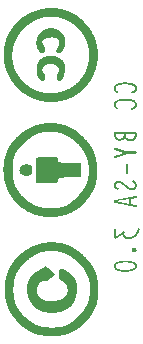
<source format=gbo>
G04 ---------------------------- Layer name :BOTTOM SILK LAYER*
G04 EasyEDA v5.8.19, Sun, 04 Nov 2018 19:37:38 GMT*
G04 39a5a3eee63b4c27b5b8cc1c142ef1ff*
G04 Gerber Generator version 0.2*
G04 Scale: 100 percent, Rotated: No, Reflected: No *
G04 Dimensions in inches *
G04 leading zeros omitted , absolute positions ,2 integer and 4 decimal *
%FSLAX24Y24*%
%MOIN*%
G90*
G70D02*


%LPD*%

%LPD*%
G36*
G01X3390Y23233D02*
G01X3368Y23233D01*
G01X3346Y23234D01*
G01X3324Y23234D01*
G01X3302Y23235D01*
G01X3257Y23237D01*
G01X3235Y23239D01*
G01X3212Y23241D01*
G01X3189Y23244D01*
G01X3166Y23246D01*
G01X3143Y23249D01*
G01X3120Y23253D01*
G01X3098Y23256D01*
G01X3053Y23265D01*
G01X3030Y23269D01*
G01X3008Y23275D01*
G01X2986Y23280D01*
G01X2965Y23286D01*
G01X2943Y23292D01*
G01X2921Y23298D01*
G01X2900Y23304D01*
G01X2878Y23311D01*
G01X2857Y23318D01*
G01X2836Y23326D01*
G01X2815Y23333D01*
G01X2795Y23342D01*
G01X2774Y23350D01*
G01X2754Y23358D01*
G01X2734Y23367D01*
G01X2713Y23377D01*
G01X2693Y23386D01*
G01X2674Y23396D01*
G01X2654Y23406D01*
G01X2634Y23416D01*
G01X2615Y23427D01*
G01X2596Y23437D01*
G01X2559Y23460D01*
G01X2540Y23471D01*
G01X2522Y23483D01*
G01X2503Y23495D01*
G01X2485Y23507D01*
G01X2467Y23520D01*
G01X2450Y23533D01*
G01X2432Y23546D01*
G01X2415Y23559D01*
G01X2398Y23572D01*
G01X2381Y23586D01*
G01X2364Y23600D01*
G01X2348Y23614D01*
G01X2331Y23628D01*
G01X2315Y23643D01*
G01X2299Y23658D01*
G01X2283Y23673D01*
G01X2268Y23688D01*
G01X2253Y23703D01*
G01X2238Y23719D01*
G01X2223Y23735D01*
G01X2193Y23767D01*
G01X2179Y23783D01*
G01X2165Y23800D01*
G01X2151Y23816D01*
G01X2138Y23833D01*
G01X2125Y23850D01*
G01X2111Y23867D01*
G01X2099Y23885D01*
G01X2086Y23902D01*
G01X2073Y23920D01*
G01X2061Y23938D01*
G01X2038Y23975D01*
G01X2026Y23993D01*
G01X2015Y24011D01*
G01X2004Y24030D01*
G01X1993Y24049D01*
G01X1983Y24068D01*
G01X1973Y24087D01*
G01X1963Y24106D01*
G01X1953Y24125D01*
G01X1943Y24145D01*
G01X1934Y24165D01*
G01X1925Y24184D01*
G01X1917Y24204D01*
G01X1908Y24224D01*
G01X1900Y24244D01*
G01X1892Y24264D01*
G01X1884Y24284D01*
G01X1877Y24305D01*
G01X1870Y24325D01*
G01X1863Y24346D01*
G01X1857Y24367D01*
G01X1851Y24388D01*
G01X1845Y24408D01*
G01X1839Y24429D01*
G01X1834Y24450D01*
G01X1829Y24472D01*
G01X1824Y24493D01*
G01X1819Y24514D01*
G01X1815Y24536D01*
G01X1811Y24557D01*
G01X1808Y24578D01*
G01X1805Y24600D01*
G01X1801Y24622D01*
G01X1799Y24643D01*
G01X1796Y24665D01*
G01X1794Y24687D01*
G01X1793Y24709D01*
G01X1791Y24731D01*
G01X1790Y24752D01*
G01X1789Y24775D01*
G01X1789Y24796D01*
G01X1789Y24819D01*
G01X1789Y24841D01*
G01X1789Y24863D01*
G01X1790Y24885D01*
G01X1791Y24907D01*
G01X1793Y24929D01*
G01X1794Y24952D01*
G01X1797Y24974D01*
G01X1799Y24996D01*
G01X1802Y25018D01*
G01X1805Y25040D01*
G01X1808Y25063D01*
G01X1812Y25085D01*
G01X1816Y25107D01*
G01X1821Y25129D01*
G01X1826Y25152D01*
G01X1836Y25196D01*
G01X1843Y25218D01*
G01X1849Y25240D01*
G01X1855Y25262D01*
G01X1863Y25284D01*
G01X1870Y25306D01*
G01X1877Y25327D01*
G01X1885Y25348D01*
G01X1893Y25369D01*
G01X1909Y25410D01*
G01X1918Y25430D01*
G01X1927Y25450D01*
G01X1937Y25471D01*
G01X1946Y25490D01*
G01X1956Y25510D01*
G01X1966Y25529D01*
G01X1976Y25548D01*
G01X1987Y25567D01*
G01X1998Y25586D01*
G01X2009Y25604D01*
G01X2020Y25622D01*
G01X2043Y25658D01*
G01X2055Y25676D01*
G01X2067Y25693D01*
G01X2080Y25711D01*
G01X2092Y25728D01*
G01X2105Y25744D01*
G01X2118Y25761D01*
G01X2131Y25777D01*
G01X2145Y25794D01*
G01X2158Y25810D01*
G01X2172Y25825D01*
G01X2186Y25841D01*
G01X2200Y25856D01*
G01X2215Y25871D01*
G01X2229Y25886D01*
G01X2244Y25901D01*
G01X2259Y25916D01*
G01X2274Y25930D01*
G01X2290Y25944D01*
G01X2305Y25958D01*
G01X2321Y25971D01*
G01X2336Y25985D01*
G01X2352Y25998D01*
G01X2369Y26011D01*
G01X2385Y26024D01*
G01X2418Y26049D01*
G01X2435Y26061D01*
G01X2451Y26073D01*
G01X2469Y26084D01*
G01X2486Y26096D01*
G01X2521Y26118D01*
G01X2538Y26128D01*
G01X2556Y26139D01*
G01X2574Y26149D01*
G01X2592Y26159D01*
G01X2610Y26169D01*
G01X2646Y26188D01*
G01X2665Y26197D01*
G01X2683Y26206D01*
G01X2702Y26215D01*
G01X2721Y26223D01*
G01X2739Y26231D01*
G01X2777Y26247D01*
G01X2797Y26254D01*
G01X2816Y26261D01*
G01X2835Y26268D01*
G01X2854Y26275D01*
G01X2874Y26281D01*
G01X2893Y26288D01*
G01X2913Y26294D01*
G01X2932Y26300D01*
G01X2952Y26305D01*
G01X2972Y26310D01*
G01X2992Y26315D01*
G01X3012Y26320D01*
G01X3032Y26325D01*
G01X3052Y26329D01*
G01X3072Y26333D01*
G01X3092Y26337D01*
G01X3112Y26340D01*
G01X3153Y26347D01*
G01X3173Y26350D01*
G01X3214Y26354D01*
G01X3234Y26356D01*
G01X3254Y26358D01*
G01X3275Y26359D01*
G01X3295Y26361D01*
G01X3316Y26362D01*
G01X3336Y26363D01*
G01X3357Y26363D01*
G01X3377Y26363D01*
G01X3398Y26363D01*
G01X3418Y26363D01*
G01X3439Y26362D01*
G01X3459Y26361D01*
G01X3480Y26361D01*
G01X3500Y26359D01*
G01X3520Y26357D01*
G01X3561Y26353D01*
G01X3582Y26351D01*
G01X3602Y26348D01*
G01X3622Y26346D01*
G01X3642Y26342D01*
G01X3663Y26339D01*
G01X3683Y26335D01*
G01X3703Y26331D01*
G01X3723Y26327D01*
G01X3743Y26322D01*
G01X3763Y26317D01*
G01X3783Y26312D01*
G01X3803Y26307D01*
G01X3823Y26301D01*
G01X3843Y26295D01*
G01X3863Y26289D01*
G01X3882Y26282D01*
G01X3902Y26276D01*
G01X3921Y26269D01*
G01X3941Y26261D01*
G01X3960Y26254D01*
G01X3979Y26246D01*
G01X3999Y26238D01*
G01X4018Y26229D01*
G01X4037Y26221D01*
G01X4056Y26211D01*
G01X4075Y26202D01*
G01X4093Y26193D01*
G01X4112Y26183D01*
G01X4130Y26173D01*
G01X4167Y26152D01*
G01X4185Y26140D01*
G01X4203Y26129D01*
G01X4221Y26117D01*
G01X4239Y26106D01*
G01X4257Y26094D01*
G01X4275Y26081D01*
G01X4292Y26068D01*
G01X4309Y26055D01*
G01X4326Y26042D01*
G01X4343Y26028D01*
G01X4360Y26014D01*
G01X4377Y26000D01*
G01X4394Y25985D01*
G01X4410Y25971D01*
G01X4426Y25955D01*
G01X4443Y25940D01*
G01X4459Y25924D01*
G01X4474Y25908D01*
G01X4505Y25876D01*
G01X4535Y25843D01*
G01X4549Y25827D01*
G01X4563Y25810D01*
G01X4577Y25793D01*
G01X4591Y25776D01*
G01X4604Y25759D01*
G01X4617Y25742D01*
G01X4630Y25725D01*
G01X4642Y25708D01*
G01X4654Y25691D01*
G01X4666Y25673D01*
G01X4678Y25656D01*
G01X4689Y25638D01*
G01X4700Y25621D01*
G01X4711Y25603D01*
G01X4721Y25585D01*
G01X4732Y25567D01*
G01X4742Y25550D01*
G01X4751Y25532D01*
G01X4761Y25514D01*
G01X4770Y25496D01*
G01X4779Y25477D01*
G01X4788Y25459D01*
G01X4796Y25441D01*
G01X4804Y25423D01*
G01X4812Y25404D01*
G01X4820Y25386D01*
G01X4827Y25367D01*
G01X4834Y25349D01*
G01X4841Y25330D01*
G01X4847Y25312D01*
G01X4854Y25293D01*
G01X4860Y25275D01*
G01X4866Y25256D01*
G01X4871Y25237D01*
G01X4876Y25218D01*
G01X4882Y25200D01*
G01X4886Y25180D01*
G01X4891Y25162D01*
G01X4895Y25143D01*
G01X4899Y25124D01*
G01X4903Y25105D01*
G01X4907Y25086D01*
G01X4910Y25067D01*
G01X4913Y25048D01*
G01X4916Y25029D01*
G01X4919Y25010D01*
G01X4921Y24991D01*
G01X4925Y24953D01*
G01X4927Y24934D01*
G01X4928Y24915D01*
G01X4929Y24896D01*
G01X4930Y24877D01*
G01X4932Y24839D01*
G01X4932Y24821D01*
G01X4932Y24802D01*
G01X4932Y24782D01*
G01X4931Y24764D01*
G01X4930Y24745D01*
G01X4928Y24707D01*
G01X4927Y24688D01*
G01X4926Y24669D01*
G01X4924Y24651D01*
G01X4922Y24632D01*
G01X4920Y24613D01*
G01X4917Y24595D01*
G01X4915Y24576D01*
G01X4909Y24539D01*
G01X4905Y24521D01*
G01X4901Y24502D01*
G01X4894Y24465D01*
G01X4890Y24447D01*
G01X4885Y24429D01*
G01X4881Y24411D01*
G01X4876Y24392D01*
G01X4871Y24375D01*
G01X4866Y24356D01*
G01X4860Y24339D01*
G01X4855Y24321D01*
G01X4849Y24303D01*
G01X4843Y24285D01*
G01X4830Y24250D01*
G01X4823Y24233D01*
G01X4817Y24215D01*
G01X4809Y24198D01*
G01X4802Y24181D01*
G01X4795Y24163D01*
G01X4779Y24129D01*
G01X4771Y24113D01*
G01X4763Y24096D01*
G01X4755Y24079D01*
G01X4746Y24063D01*
G01X4737Y24046D01*
G01X4728Y24030D01*
G01X4719Y24013D01*
G01X4709Y23997D01*
G01X4700Y23981D01*
G01X4690Y23965D01*
G01X4670Y23934D01*
G01X4660Y23918D01*
G01X4649Y23903D01*
G01X4639Y23887D01*
G01X4628Y23872D01*
G01X4617Y23857D01*
G01X4605Y23842D01*
G01X4594Y23827D01*
G01X4571Y23798D01*
G01X4547Y23769D01*
G01X4534Y23755D01*
G01X4522Y23741D01*
G01X4509Y23727D01*
G01X4497Y23713D01*
G01X4484Y23700D01*
G01X4471Y23686D01*
G01X4444Y23660D01*
G01X4430Y23647D01*
G01X4417Y23634D01*
G01X4389Y23609D01*
G01X4374Y23597D01*
G01X4360Y23584D01*
G01X4345Y23573D01*
G01X4330Y23561D01*
G01X4301Y23538D01*
G01X4285Y23526D01*
G01X4270Y23515D01*
G01X4239Y23494D01*
G01X4223Y23483D01*
G01X4207Y23473D01*
G01X4191Y23462D01*
G01X4175Y23452D01*
G01X4158Y23442D01*
G01X4142Y23433D01*
G01X4125Y23423D01*
G01X4108Y23414D01*
G01X4091Y23405D01*
G01X4074Y23396D01*
G01X4056Y23388D01*
G01X4039Y23379D01*
G01X4021Y23371D01*
G01X4003Y23363D01*
G01X3986Y23356D01*
G01X3968Y23348D01*
G01X3950Y23341D01*
G01X3931Y23334D01*
G01X3913Y23327D01*
G01X3894Y23320D01*
G01X3876Y23314D01*
G01X3857Y23308D01*
G01X3838Y23302D01*
G01X3800Y23290D01*
G01X3780Y23285D01*
G01X3761Y23280D01*
G01X3741Y23275D01*
G01X3701Y23267D01*
G01X3682Y23263D01*
G01X3661Y23259D01*
G01X3641Y23255D01*
G01X3621Y23252D01*
G01X3601Y23249D01*
G01X3580Y23246D01*
G01X3559Y23244D01*
G01X3538Y23242D01*
G01X3518Y23240D01*
G01X3497Y23238D01*
G01X3475Y23236D01*
G01X3454Y23235D01*
G01X3432Y23234D01*
G01X3411Y23234D01*
G01X3390Y23233D01*
G37*

%LPC*%
G36*
G01X3332Y23525D02*
G01X3350Y23525D01*
G01X3368Y23525D01*
G01X3386Y23525D01*
G01X3405Y23526D01*
G01X3423Y23527D01*
G01X3441Y23528D01*
G01X3459Y23529D01*
G01X3477Y23530D01*
G01X3495Y23532D01*
G01X3513Y23534D01*
G01X3531Y23536D01*
G01X3549Y23539D01*
G01X3567Y23542D01*
G01X3603Y23548D01*
G01X3620Y23552D01*
G01X3638Y23555D01*
G01X3656Y23559D01*
G01X3673Y23563D01*
G01X3709Y23573D01*
G01X3726Y23578D01*
G01X3743Y23583D01*
G01X3761Y23588D01*
G01X3795Y23600D01*
G01X3812Y23606D01*
G01X3829Y23613D01*
G01X3846Y23619D01*
G01X3879Y23633D01*
G01X3896Y23640D01*
G01X3912Y23648D01*
G01X3929Y23656D01*
G01X3945Y23664D01*
G01X3961Y23672D01*
G01X3977Y23681D01*
G01X3993Y23690D01*
G01X4009Y23698D01*
G01X4025Y23708D01*
G01X4040Y23717D01*
G01X4056Y23727D01*
G01X4071Y23737D01*
G01X4086Y23747D01*
G01X4101Y23757D01*
G01X4116Y23768D01*
G01X4131Y23779D01*
G01X4146Y23790D01*
G01X4160Y23801D01*
G01X4175Y23813D01*
G01X4189Y23825D01*
G01X4203Y23836D01*
G01X4217Y23849D01*
G01X4230Y23861D01*
G01X4244Y23874D01*
G01X4257Y23886D01*
G01X4270Y23900D01*
G01X4283Y23913D01*
G01X4296Y23927D01*
G01X4309Y23940D01*
G01X4321Y23954D01*
G01X4334Y23969D01*
G01X4346Y23983D01*
G01X4357Y23998D01*
G01X4369Y24012D01*
G01X4381Y24027D01*
G01X4392Y24043D01*
G01X4403Y24058D01*
G01X4414Y24074D01*
G01X4425Y24090D01*
G01X4435Y24106D01*
G01X4445Y24122D01*
G01X4455Y24139D01*
G01X4465Y24156D01*
G01X4475Y24173D01*
G01X4493Y24207D01*
G01X4502Y24225D01*
G01X4510Y24243D01*
G01X4527Y24279D01*
G01X4534Y24298D01*
G01X4542Y24317D01*
G01X4550Y24336D01*
G01X4557Y24354D01*
G01X4563Y24374D01*
G01X4570Y24394D01*
G01X4576Y24413D01*
G01X4582Y24433D01*
G01X4588Y24453D01*
G01X4594Y24474D01*
G01X4599Y24494D01*
G01X4603Y24515D01*
G01X4608Y24536D01*
G01X4613Y24557D01*
G01X4617Y24578D01*
G01X4620Y24600D01*
G01X4624Y24622D01*
G01X4627Y24644D01*
G01X4630Y24666D01*
G01X4632Y24688D01*
G01X4634Y24711D01*
G01X4636Y24734D01*
G01X4638Y24756D01*
G01X4639Y24779D01*
G01X4639Y24802D01*
G01X4640Y24824D01*
G01X4639Y24846D01*
G01X4639Y24868D01*
G01X4638Y24890D01*
G01X4636Y24913D01*
G01X4634Y24934D01*
G01X4632Y24956D01*
G01X4630Y24978D01*
G01X4626Y24999D01*
G01X4623Y25021D01*
G01X4619Y25042D01*
G01X4615Y25063D01*
G01X4611Y25084D01*
G01X4606Y25104D01*
G01X4601Y25125D01*
G01X4595Y25146D01*
G01X4589Y25166D01*
G01X4583Y25186D01*
G01X4576Y25206D01*
G01X4570Y25227D01*
G01X4562Y25246D01*
G01X4555Y25266D01*
G01X4547Y25286D01*
G01X4539Y25305D01*
G01X4530Y25324D01*
G01X4521Y25343D01*
G01X4512Y25361D01*
G01X4502Y25380D01*
G01X4493Y25399D01*
G01X4482Y25417D01*
G01X4472Y25435D01*
G01X4461Y25453D01*
G01X4450Y25471D01*
G01X4439Y25488D01*
G01X4428Y25505D01*
G01X4416Y25522D01*
G01X4404Y25539D01*
G01X4391Y25556D01*
G01X4379Y25573D01*
G01X4366Y25589D01*
G01X4353Y25605D01*
G01X4340Y25621D01*
G01X4326Y25636D01*
G01X4312Y25652D01*
G01X4298Y25667D01*
G01X4284Y25682D01*
G01X4269Y25696D01*
G01X4254Y25711D01*
G01X4239Y25725D01*
G01X4224Y25739D01*
G01X4209Y25753D01*
G01X4193Y25767D01*
G01X4177Y25780D01*
G01X4161Y25793D01*
G01X4145Y25806D01*
G01X4128Y25818D01*
G01X4111Y25830D01*
G01X4095Y25842D01*
G01X4078Y25854D01*
G01X4061Y25866D01*
G01X4043Y25877D01*
G01X4026Y25888D01*
G01X4008Y25899D01*
G01X3990Y25909D01*
G01X3972Y25919D01*
G01X3954Y25929D01*
G01X3935Y25938D01*
G01X3917Y25948D01*
G01X3898Y25957D01*
G01X3880Y25965D01*
G01X3842Y25982D01*
G01X3822Y25990D01*
G01X3803Y25997D01*
G01X3784Y26004D01*
G01X3764Y26011D01*
G01X3744Y26018D01*
G01X3725Y26024D01*
G01X3705Y26030D01*
G01X3685Y26035D01*
G01X3665Y26041D01*
G01X3645Y26046D01*
G01X3625Y26050D01*
G01X3604Y26054D01*
G01X3584Y26058D01*
G01X3563Y26062D01*
G01X3543Y26065D01*
G01X3522Y26068D01*
G01X3501Y26071D01*
G01X3481Y26073D01*
G01X3460Y26075D01*
G01X3439Y26076D01*
G01X3418Y26077D01*
G01X3397Y26078D01*
G01X3376Y26078D01*
G01X3355Y26079D01*
G01X3334Y26078D01*
G01X3313Y26078D01*
G01X3292Y26077D01*
G01X3271Y26075D01*
G01X3250Y26073D01*
G01X3229Y26071D01*
G01X3207Y26069D01*
G01X3186Y26065D01*
G01X3165Y26062D01*
G01X3144Y26058D01*
G01X3123Y26054D01*
G01X3102Y26050D01*
G01X3081Y26045D01*
G01X3059Y26039D01*
G01X3039Y26034D01*
G01X3017Y26027D01*
G01X2996Y26021D01*
G01X2975Y26014D01*
G01X2955Y26006D01*
G01X2934Y25998D01*
G01X2913Y25990D01*
G01X2892Y25981D01*
G01X2871Y25972D01*
G01X2851Y25963D01*
G01X2828Y25952D01*
G01X2807Y25941D01*
G01X2785Y25930D01*
G01X2764Y25918D01*
G01X2743Y25906D01*
G01X2723Y25894D01*
G01X2702Y25881D01*
G01X2682Y25868D01*
G01X2663Y25854D01*
G01X2643Y25841D01*
G01X2624Y25827D01*
G01X2605Y25813D01*
G01X2586Y25798D01*
G01X2568Y25783D01*
G01X2550Y25768D01*
G01X2532Y25753D01*
G01X2515Y25737D01*
G01X2498Y25721D01*
G01X2481Y25705D01*
G01X2464Y25688D01*
G01X2448Y25672D01*
G01X2432Y25655D01*
G01X2417Y25638D01*
G01X2401Y25620D01*
G01X2386Y25602D01*
G01X2372Y25585D01*
G01X2357Y25567D01*
G01X2344Y25548D01*
G01X2330Y25530D01*
G01X2317Y25511D01*
G01X2304Y25492D01*
G01X2291Y25473D01*
G01X2279Y25454D01*
G01X2267Y25434D01*
G01X2255Y25415D01*
G01X2244Y25395D01*
G01X2233Y25375D01*
G01X2223Y25355D01*
G01X2212Y25335D01*
G01X2203Y25315D01*
G01X2193Y25294D01*
G01X2184Y25273D01*
G01X2175Y25253D01*
G01X2167Y25232D01*
G01X2159Y25211D01*
G01X2151Y25190D01*
G01X2144Y25169D01*
G01X2136Y25147D01*
G01X2130Y25126D01*
G01X2124Y25104D01*
G01X2118Y25083D01*
G01X2113Y25061D01*
G01X2107Y25040D01*
G01X2103Y25018D01*
G01X2098Y24996D01*
G01X2095Y24974D01*
G01X2091Y24952D01*
G01X2088Y24930D01*
G01X2085Y24908D01*
G01X2083Y24886D01*
G01X2081Y24865D01*
G01X2079Y24842D01*
G01X2078Y24820D01*
G01X2078Y24798D01*
G01X2077Y24776D01*
G01X2077Y24754D01*
G01X2078Y24732D01*
G01X2079Y24710D01*
G01X2080Y24688D01*
G01X2082Y24666D01*
G01X2084Y24644D01*
G01X2086Y24622D01*
G01X2090Y24600D01*
G01X2093Y24578D01*
G01X2097Y24557D01*
G01X2101Y24535D01*
G01X2106Y24513D01*
G01X2111Y24492D01*
G01X2117Y24470D01*
G01X2123Y24449D01*
G01X2129Y24427D01*
G01X2136Y24406D01*
G01X2144Y24385D01*
G01X2151Y24364D01*
G01X2160Y24343D01*
G01X2169Y24322D01*
G01X2178Y24302D01*
G01X2188Y24281D01*
G01X2198Y24261D01*
G01X2208Y24240D01*
G01X2219Y24221D01*
G01X2229Y24201D01*
G01X2240Y24182D01*
G01X2263Y24144D01*
G01X2274Y24126D01*
G01X2286Y24108D01*
G01X2298Y24090D01*
G01X2310Y24073D01*
G01X2322Y24055D01*
G01X2335Y24038D01*
G01X2348Y24022D01*
G01X2361Y24005D01*
G01X2374Y23989D01*
G01X2387Y23973D01*
G01X2400Y23958D01*
G01X2414Y23943D01*
G01X2428Y23928D01*
G01X2441Y23913D01*
G01X2455Y23899D01*
G01X2470Y23884D01*
G01X2484Y23871D01*
G01X2499Y23857D01*
G01X2513Y23844D01*
G01X2528Y23831D01*
G01X2558Y23806D01*
G01X2574Y23794D01*
G01X2589Y23782D01*
G01X2604Y23770D01*
G01X2620Y23759D01*
G01X2636Y23748D01*
G01X2651Y23737D01*
G01X2668Y23727D01*
G01X2684Y23716D01*
G01X2700Y23706D01*
G01X2716Y23697D01*
G01X2733Y23687D01*
G01X2749Y23678D01*
G01X2766Y23669D01*
G01X2782Y23661D01*
G01X2799Y23652D01*
G01X2816Y23644D01*
G01X2833Y23636D01*
G01X2850Y23629D01*
G01X2868Y23622D01*
G01X2885Y23615D01*
G01X2902Y23608D01*
G01X2919Y23602D01*
G01X2937Y23595D01*
G01X2954Y23589D01*
G01X2972Y23584D01*
G01X2990Y23578D01*
G01X3007Y23573D01*
G01X3025Y23568D01*
G01X3043Y23564D01*
G01X3061Y23559D01*
G01X3078Y23555D01*
G01X3097Y23552D01*
G01X3115Y23548D01*
G01X3132Y23544D01*
G01X3151Y23542D01*
G01X3169Y23539D01*
G01X3187Y23536D01*
G01X3205Y23534D01*
G01X3223Y23532D01*
G01X3241Y23530D01*
G01X3259Y23529D01*
G01X3277Y23527D01*
G01X3296Y23527D01*
G01X3314Y23526D01*
G01X3332Y23525D01*
G37*

%LPD*%
G36*
G01X3659Y23938D02*
G01X3649Y23937D01*
G01X3639Y23938D01*
G01X3629Y23940D01*
G01X3619Y23944D01*
G01X3610Y23950D01*
G01X3600Y23958D01*
G01X3591Y23969D01*
G01X3582Y23980D01*
G01X3574Y23995D01*
G01X3563Y24018D01*
G01X3555Y24041D01*
G01X3553Y24064D01*
G01X3554Y24088D01*
G01X3559Y24113D01*
G01X3569Y24139D01*
G01X3582Y24167D01*
G01X3600Y24196D01*
G01X3610Y24213D01*
G01X3619Y24230D01*
G01X3625Y24247D01*
G01X3629Y24263D01*
G01X3632Y24279D01*
G01X3632Y24296D01*
G01X3632Y24311D01*
G01X3630Y24327D01*
G01X3626Y24342D01*
G01X3621Y24356D01*
G01X3614Y24371D01*
G01X3606Y24384D01*
G01X3597Y24397D01*
G01X3587Y24410D01*
G01X3575Y24422D01*
G01X3563Y24433D01*
G01X3550Y24444D01*
G01X3536Y24454D01*
G01X3521Y24463D01*
G01X3505Y24472D01*
G01X3489Y24480D01*
G01X3472Y24487D01*
G01X3455Y24493D01*
G01X3437Y24498D01*
G01X3419Y24502D01*
G01X3400Y24506D01*
G01X3382Y24508D01*
G01X3363Y24509D01*
G01X3344Y24509D01*
G01X3325Y24508D01*
G01X3306Y24506D01*
G01X3287Y24503D01*
G01X3269Y24498D01*
G01X3250Y24492D01*
G01X3232Y24485D01*
G01X3215Y24477D01*
G01X3197Y24467D01*
G01X3181Y24455D01*
G01X3165Y24442D01*
G01X3149Y24428D01*
G01X3128Y24406D01*
G01X3109Y24386D01*
G01X3096Y24367D01*
G01X3086Y24349D01*
G01X3079Y24332D01*
G01X3077Y24315D01*
G01X3078Y24298D01*
G01X3083Y24279D01*
G01X3092Y24259D01*
G01X3105Y24237D01*
G01X3121Y24212D01*
G01X3141Y24183D01*
G01X3155Y24162D01*
G01X3165Y24140D01*
G01X3172Y24117D01*
G01X3176Y24094D01*
G01X3178Y24071D01*
G01X3177Y24048D01*
G01X3173Y24027D01*
G01X3168Y24007D01*
G01X3159Y23989D01*
G01X3149Y23973D01*
G01X3137Y23959D01*
G01X3123Y23949D01*
G01X3108Y23942D01*
G01X3091Y23938D01*
G01X3073Y23939D01*
G01X3053Y23944D01*
G01X3039Y23951D01*
G01X3025Y23959D01*
G01X3011Y23968D01*
G01X2998Y23979D01*
G01X2986Y23992D01*
G01X2974Y24005D01*
G01X2963Y24020D01*
G01X2953Y24035D01*
G01X2944Y24052D01*
G01X2934Y24070D01*
G01X2926Y24088D01*
G01X2919Y24108D01*
G01X2912Y24128D01*
G01X2906Y24149D01*
G01X2901Y24171D01*
G01X2896Y24192D01*
G01X2892Y24215D01*
G01X2889Y24238D01*
G01X2887Y24261D01*
G01X2886Y24284D01*
G01X2885Y24307D01*
G01X2886Y24331D01*
G01X2887Y24354D01*
G01X2889Y24378D01*
G01X2892Y24401D01*
G01X2896Y24425D01*
G01X2900Y24447D01*
G01X2906Y24470D01*
G01X2913Y24492D01*
G01X2920Y24513D01*
G01X2929Y24534D01*
G01X2939Y24555D01*
G01X2948Y24572D01*
G01X2958Y24589D01*
G01X2970Y24605D01*
G01X2982Y24620D01*
G01X2995Y24634D01*
G01X3009Y24648D01*
G01X3023Y24661D01*
G01X3038Y24673D01*
G01X3054Y24685D01*
G01X3071Y24696D01*
G01X3088Y24706D01*
G01X3105Y24715D01*
G01X3124Y24724D01*
G01X3142Y24732D01*
G01X3161Y24739D01*
G01X3181Y24746D01*
G01X3201Y24752D01*
G01X3221Y24757D01*
G01X3241Y24761D01*
G01X3262Y24765D01*
G01X3283Y24768D01*
G01X3304Y24770D01*
G01X3325Y24772D01*
G01X3346Y24773D01*
G01X3368Y24773D01*
G01X3389Y24773D01*
G01X3410Y24771D01*
G01X3431Y24769D01*
G01X3452Y24767D01*
G01X3473Y24764D01*
G01X3494Y24760D01*
G01X3514Y24755D01*
G01X3534Y24750D01*
G01X3554Y24744D01*
G01X3574Y24737D01*
G01X3593Y24730D01*
G01X3612Y24722D01*
G01X3630Y24713D01*
G01X3648Y24704D01*
G01X3665Y24694D01*
G01X3682Y24683D01*
G01X3697Y24671D01*
G01X3713Y24659D01*
G01X3727Y24647D01*
G01X3741Y24633D01*
G01X3754Y24619D01*
G01X3766Y24604D01*
G01X3778Y24589D01*
G01X3788Y24573D01*
G01X3798Y24556D01*
G01X3806Y24539D01*
G01X3814Y24521D01*
G01X3820Y24502D01*
G01X3826Y24482D01*
G01X3830Y24463D01*
G01X3834Y24442D01*
G01X3837Y24421D01*
G01X3839Y24400D01*
G01X3840Y24379D01*
G01X3841Y24357D01*
G01X3840Y24336D01*
G01X3839Y24314D01*
G01X3837Y24292D01*
G01X3835Y24271D01*
G01X3832Y24249D01*
G01X3828Y24228D01*
G01X3824Y24207D01*
G01X3819Y24186D01*
G01X3813Y24166D01*
G01X3807Y24146D01*
G01X3801Y24127D01*
G01X3794Y24108D01*
G01X3787Y24090D01*
G01X3779Y24072D01*
G01X3771Y24055D01*
G01X3763Y24039D01*
G01X3755Y24024D01*
G01X3746Y24010D01*
G01X3736Y23997D01*
G01X3727Y23986D01*
G01X3718Y23975D01*
G01X3708Y23965D01*
G01X3698Y23957D01*
G01X3688Y23950D01*
G01X3678Y23944D01*
G01X3669Y23940D01*
G01X3659Y23938D01*
G37*

%LPC*%

%LPD*%
G36*
G01X3636Y24852D02*
G01X3621Y24851D01*
G01X3606Y24853D01*
G01X3593Y24858D01*
G01X3580Y24866D01*
G01X3569Y24878D01*
G01X3559Y24893D01*
G01X3551Y24912D01*
G01X3548Y24926D01*
G01X3549Y24944D01*
G01X3551Y24964D01*
G01X3557Y24987D01*
G01X3565Y25010D01*
G01X3575Y25034D01*
G01X3586Y25058D01*
G01X3600Y25080D01*
G01X3613Y25103D01*
G01X3625Y25125D01*
G01X3633Y25146D01*
G01X3640Y25167D01*
G01X3644Y25187D01*
G01X3647Y25207D01*
G01X3647Y25225D01*
G01X3645Y25244D01*
G01X3640Y25261D01*
G01X3634Y25277D01*
G01X3626Y25292D01*
G01X3616Y25306D01*
G01X3604Y25319D01*
G01X3590Y25331D01*
G01X3574Y25342D01*
G01X3557Y25352D01*
G01X3537Y25361D01*
G01X3516Y25368D01*
G01X3494Y25374D01*
G01X3470Y25378D01*
G01X3444Y25382D01*
G01X3416Y25383D01*
G01X3387Y25383D01*
G01X3357Y25382D01*
G01X3326Y25379D01*
G01X3298Y25375D01*
G01X3271Y25370D01*
G01X3245Y25365D01*
G01X3221Y25358D01*
G01X3200Y25350D01*
G01X3179Y25342D01*
G01X3161Y25333D01*
G01X3144Y25323D01*
G01X3130Y25313D01*
G01X3117Y25301D01*
G01X3106Y25289D01*
G01X3097Y25277D01*
G01X3090Y25263D01*
G01X3085Y25250D01*
G01X3082Y25236D01*
G01X3081Y25221D01*
G01X3082Y25206D01*
G01X3086Y25190D01*
G01X3091Y25175D01*
G01X3099Y25158D01*
G01X3109Y25142D01*
G01X3121Y25125D01*
G01X3135Y25108D01*
G01X3149Y25091D01*
G01X3161Y25073D01*
G01X3170Y25055D01*
G01X3176Y25037D01*
G01X3181Y25019D01*
G01X3183Y25001D01*
G01X3184Y24984D01*
G01X3182Y24967D01*
G01X3179Y24951D01*
G01X3175Y24936D01*
G01X3168Y24921D01*
G01X3160Y24908D01*
G01X3151Y24896D01*
G01X3141Y24886D01*
G01X3130Y24878D01*
G01X3118Y24871D01*
G01X3104Y24867D01*
G01X3090Y24864D01*
G01X3076Y24864D01*
G01X3061Y24867D01*
G01X3045Y24872D01*
G01X3029Y24880D01*
G01X3014Y24891D01*
G01X2997Y24905D01*
G01X2983Y24920D01*
G01X2969Y24936D01*
G01X2957Y24953D01*
G01X2945Y24971D01*
G01X2934Y24989D01*
G01X2925Y25007D01*
G01X2916Y25027D01*
G01X2908Y25046D01*
G01X2902Y25067D01*
G01X2896Y25088D01*
G01X2891Y25108D01*
G01X2887Y25130D01*
G01X2884Y25151D01*
G01X2882Y25173D01*
G01X2882Y25195D01*
G01X2882Y25217D01*
G01X2883Y25239D01*
G01X2885Y25261D01*
G01X2888Y25283D01*
G01X2892Y25304D01*
G01X2897Y25326D01*
G01X2902Y25347D01*
G01X2909Y25369D01*
G01X2917Y25389D01*
G01X2926Y25409D01*
G01X2935Y25429D01*
G01X2946Y25449D01*
G01X2957Y25468D01*
G01X2970Y25486D01*
G01X2983Y25503D01*
G01X2998Y25521D01*
G01X3013Y25537D01*
G01X3029Y25552D01*
G01X3045Y25567D01*
G01X3062Y25581D01*
G01X3079Y25594D01*
G01X3096Y25606D01*
G01X3113Y25618D01*
G01X3130Y25628D01*
G01X3147Y25638D01*
G01X3165Y25647D01*
G01X3182Y25655D01*
G01X3200Y25663D01*
G01X3218Y25669D01*
G01X3235Y25675D01*
G01X3253Y25680D01*
G01X3271Y25684D01*
G01X3289Y25688D01*
G01X3307Y25691D01*
G01X3324Y25694D01*
G01X3342Y25695D01*
G01X3359Y25696D01*
G01X3377Y25696D01*
G01X3395Y25696D01*
G01X3412Y25695D01*
G01X3429Y25693D01*
G01X3446Y25691D01*
G01X3463Y25688D01*
G01X3480Y25684D01*
G01X3497Y25680D01*
G01X3513Y25676D01*
G01X3529Y25671D01*
G01X3545Y25665D01*
G01X3561Y25658D01*
G01X3576Y25651D01*
G01X3592Y25644D01*
G01X3607Y25636D01*
G01X3621Y25627D01*
G01X3636Y25619D01*
G01X3650Y25609D01*
G01X3663Y25599D01*
G01X3676Y25589D01*
G01X3689Y25578D01*
G01X3702Y25567D01*
G01X3714Y25555D01*
G01X3726Y25543D01*
G01X3737Y25530D01*
G01X3748Y25517D01*
G01X3758Y25504D01*
G01X3768Y25490D01*
G01X3777Y25476D01*
G01X3786Y25462D01*
G01X3794Y25447D01*
G01X3802Y25432D01*
G01X3809Y25416D01*
G01X3816Y25400D01*
G01X3822Y25384D01*
G01X3827Y25368D01*
G01X3832Y25351D01*
G01X3836Y25334D01*
G01X3839Y25317D01*
G01X3842Y25300D01*
G01X3844Y25282D01*
G01X3846Y25264D01*
G01X3847Y25246D01*
G01X3847Y25228D01*
G01X3846Y25209D01*
G01X3844Y25190D01*
G01X3842Y25172D01*
G01X3839Y25152D01*
G01X3835Y25133D01*
G01X3830Y25114D01*
G01X3825Y25094D01*
G01X3819Y25075D01*
G01X3811Y25055D01*
G01X3803Y25035D01*
G01X3794Y25015D01*
G01X3784Y24995D01*
G01X3769Y24969D01*
G01X3753Y24944D01*
G01X3737Y24923D01*
G01X3721Y24904D01*
G01X3703Y24888D01*
G01X3686Y24875D01*
G01X3669Y24864D01*
G01X3653Y24857D01*
G01X3636Y24852D01*
G37*

%LPC*%

%LPD*%
G36*
G01X3363Y19396D02*
G01X3339Y19396D01*
G01X3315Y19396D01*
G01X3291Y19397D01*
G01X3244Y19399D01*
G01X3221Y19401D01*
G01X3197Y19403D01*
G01X3174Y19405D01*
G01X3151Y19408D01*
G01X3128Y19411D01*
G01X3104Y19415D01*
G01X3081Y19419D01*
G01X3059Y19423D01*
G01X3036Y19427D01*
G01X3013Y19431D01*
G01X2990Y19436D01*
G01X2968Y19442D01*
G01X2946Y19448D01*
G01X2923Y19453D01*
G01X2901Y19460D01*
G01X2879Y19467D01*
G01X2857Y19473D01*
G01X2835Y19480D01*
G01X2814Y19488D01*
G01X2792Y19496D01*
G01X2771Y19504D01*
G01X2749Y19513D01*
G01X2728Y19521D01*
G01X2707Y19530D01*
G01X2686Y19540D01*
G01X2666Y19549D01*
G01X2645Y19559D01*
G01X2625Y19569D01*
G01X2605Y19580D01*
G01X2584Y19591D01*
G01X2565Y19602D01*
G01X2545Y19613D01*
G01X2525Y19625D01*
G01X2506Y19637D01*
G01X2487Y19649D01*
G01X2468Y19661D01*
G01X2449Y19674D01*
G01X2430Y19687D01*
G01X2412Y19701D01*
G01X2394Y19714D01*
G01X2376Y19728D01*
G01X2358Y19742D01*
G01X2340Y19757D01*
G01X2323Y19771D01*
G01X2305Y19786D01*
G01X2288Y19801D01*
G01X2272Y19817D01*
G01X2255Y19832D01*
G01X2239Y19848D01*
G01X2223Y19865D01*
G01X2207Y19881D01*
G01X2191Y19898D01*
G01X2176Y19915D01*
G01X2160Y19932D01*
G01X2146Y19949D01*
G01X2131Y19967D01*
G01X2116Y19985D01*
G01X2102Y20003D01*
G01X2088Y20021D01*
G01X2075Y20040D01*
G01X2061Y20059D01*
G01X2048Y20078D01*
G01X2035Y20098D01*
G01X2023Y20117D01*
G01X2010Y20137D01*
G01X1998Y20157D01*
G01X1986Y20177D01*
G01X1975Y20198D01*
G01X1964Y20218D01*
G01X1953Y20239D01*
G01X1942Y20260D01*
G01X1932Y20282D01*
G01X1922Y20303D01*
G01X1913Y20326D01*
G01X1903Y20348D01*
G01X1894Y20371D01*
G01X1878Y20417D01*
G01X1870Y20440D01*
G01X1862Y20463D01*
G01X1855Y20487D01*
G01X1848Y20511D01*
G01X1842Y20535D01*
G01X1835Y20559D01*
G01X1830Y20584D01*
G01X1824Y20608D01*
G01X1819Y20633D01*
G01X1814Y20658D01*
G01X1809Y20683D01*
G01X1805Y20708D01*
G01X1801Y20733D01*
G01X1798Y20758D01*
G01X1795Y20783D01*
G01X1792Y20808D01*
G01X1790Y20834D01*
G01X1788Y20859D01*
G01X1786Y20884D01*
G01X1785Y20910D01*
G01X1784Y20935D01*
G01X1784Y20960D01*
G01X1783Y20986D01*
G01X1783Y21011D01*
G01X1784Y21036D01*
G01X1785Y21061D01*
G01X1786Y21086D01*
G01X1788Y21111D01*
G01X1789Y21135D01*
G01X1792Y21160D01*
G01X1794Y21184D01*
G01X1797Y21209D01*
G01X1801Y21233D01*
G01X1805Y21257D01*
G01X1809Y21280D01*
G01X1813Y21304D01*
G01X1818Y21327D01*
G01X1823Y21351D01*
G01X1829Y21374D01*
G01X1835Y21396D01*
G01X1841Y21419D01*
G01X1848Y21441D01*
G01X1855Y21463D01*
G01X1863Y21484D01*
G01X1871Y21507D01*
G01X1880Y21530D01*
G01X1889Y21553D01*
G01X1898Y21575D01*
G01X1908Y21598D01*
G01X1918Y21620D01*
G01X1928Y21642D01*
G01X1939Y21663D01*
G01X1950Y21685D01*
G01X1961Y21706D01*
G01X1973Y21727D01*
G01X1985Y21748D01*
G01X1997Y21768D01*
G01X2009Y21788D01*
G01X2022Y21808D01*
G01X2035Y21828D01*
G01X2049Y21848D01*
G01X2062Y21867D01*
G01X2076Y21887D01*
G01X2090Y21905D01*
G01X2105Y21924D01*
G01X2119Y21943D01*
G01X2134Y21961D01*
G01X2149Y21979D01*
G01X2165Y21997D01*
G01X2180Y22014D01*
G01X2196Y22031D01*
G01X2212Y22048D01*
G01X2229Y22065D01*
G01X2245Y22081D01*
G01X2262Y22098D01*
G01X2279Y22114D01*
G01X2297Y22129D01*
G01X2314Y22145D01*
G01X2332Y22160D01*
G01X2350Y22175D01*
G01X2368Y22189D01*
G01X2386Y22204D01*
G01X2405Y22218D01*
G01X2424Y22231D01*
G01X2443Y22245D01*
G01X2462Y22258D01*
G01X2482Y22271D01*
G01X2501Y22284D01*
G01X2521Y22296D01*
G01X2541Y22308D01*
G01X2561Y22320D01*
G01X2581Y22331D01*
G01X2602Y22343D01*
G01X2623Y22353D01*
G01X2643Y22364D01*
G01X2664Y22374D01*
G01X2686Y22384D01*
G01X2707Y22394D01*
G01X2728Y22403D01*
G01X2750Y22412D01*
G01X2772Y22421D01*
G01X2794Y22429D01*
G01X2816Y22438D01*
G01X2860Y22453D01*
G01X2882Y22460D01*
G01X2905Y22467D01*
G01X2928Y22473D01*
G01X2951Y22479D01*
G01X2973Y22485D01*
G01X2996Y22491D01*
G01X3020Y22496D01*
G01X3043Y22500D01*
G01X3066Y22505D01*
G01X3090Y22509D01*
G01X3113Y22513D01*
G01X3137Y22516D01*
G01X3161Y22519D01*
G01X3184Y22522D01*
G01X3208Y22525D01*
G01X3232Y22527D01*
G01X3256Y22528D01*
G01X3280Y22529D01*
G01X3305Y22530D01*
G01X3329Y22531D01*
G01X3353Y22531D01*
G01X3378Y22531D01*
G01X3402Y22530D01*
G01X3426Y22529D01*
G01X3451Y22528D01*
G01X3476Y22527D01*
G01X3500Y22525D01*
G01X3525Y22522D01*
G01X3550Y22519D01*
G01X3575Y22516D01*
G01X3599Y22513D01*
G01X3623Y22509D01*
G01X3647Y22505D01*
G01X3671Y22500D01*
G01X3694Y22496D01*
G01X3718Y22490D01*
G01X3741Y22485D01*
G01X3764Y22479D01*
G01X3786Y22473D01*
G01X3809Y22466D01*
G01X3831Y22459D01*
G01X3853Y22452D01*
G01X3875Y22444D01*
G01X3897Y22436D01*
G01X3918Y22428D01*
G01X3940Y22419D01*
G01X3961Y22410D01*
G01X3982Y22400D01*
G01X4003Y22390D01*
G01X4024Y22380D01*
G01X4045Y22369D01*
G01X4066Y22358D01*
G01X4086Y22346D01*
G01X4106Y22335D01*
G01X4126Y22322D01*
G01X4147Y22310D01*
G01X4167Y22296D01*
G01X4187Y22283D01*
G01X4207Y22269D01*
G01X4226Y22255D01*
G01X4246Y22240D01*
G01X4266Y22225D01*
G01X4285Y22209D01*
G01X4305Y22194D01*
G01X4324Y22177D01*
G01X4344Y22160D01*
G01X4363Y22143D01*
G01X4382Y22125D01*
G01X4402Y22107D01*
G01X4421Y22089D01*
G01X4440Y22070D01*
G01X4460Y22049D01*
G01X4480Y22029D01*
G01X4499Y22009D01*
G01X4518Y21990D01*
G01X4536Y21970D01*
G01X4553Y21950D01*
G01X4570Y21931D01*
G01X4586Y21912D01*
G01X4603Y21893D01*
G01X4618Y21874D01*
G01X4633Y21855D01*
G01X4647Y21836D01*
G01X4661Y21817D01*
G01X4675Y21798D01*
G01X4688Y21780D01*
G01X4701Y21761D01*
G01X4713Y21742D01*
G01X4725Y21723D01*
G01X4736Y21704D01*
G01X4747Y21686D01*
G01X4757Y21667D01*
G01X4767Y21647D01*
G01X4777Y21628D01*
G01X4786Y21609D01*
G01X4795Y21590D01*
G01X4803Y21570D01*
G01X4811Y21550D01*
G01X4819Y21530D01*
G01X4826Y21510D01*
G01X4833Y21490D01*
G01X4839Y21469D01*
G01X4845Y21448D01*
G01X4851Y21428D01*
G01X4857Y21406D01*
G01X4861Y21385D01*
G01X4866Y21363D01*
G01X4871Y21341D01*
G01X4875Y21319D01*
G01X4878Y21296D01*
G01X4882Y21273D01*
G01X4885Y21249D01*
G01X4888Y21225D01*
G01X4890Y21201D01*
G01X4893Y21177D01*
G01X4895Y21151D01*
G01X4896Y21126D01*
G01X4898Y21100D01*
G01X4899Y21073D01*
G01X4900Y21047D01*
G01X4900Y21019D01*
G01X4901Y20992D01*
G01X4901Y20928D01*
G01X4900Y20894D01*
G01X4900Y20862D01*
G01X4899Y20831D01*
G01X4898Y20802D01*
G01X4897Y20774D01*
G01X4896Y20747D01*
G01X4894Y20721D01*
G01X4892Y20696D01*
G01X4890Y20671D01*
G01X4888Y20648D01*
G01X4885Y20626D01*
G01X4882Y20604D01*
G01X4878Y20583D01*
G01X4875Y20563D01*
G01X4871Y20543D01*
G01X4866Y20524D01*
G01X4861Y20504D01*
G01X4856Y20486D01*
G01X4851Y20467D01*
G01X4844Y20449D01*
G01X4838Y20431D01*
G01X4831Y20413D01*
G01X4824Y20394D01*
G01X4816Y20376D01*
G01X4808Y20357D01*
G01X4799Y20339D01*
G01X4790Y20319D01*
G01X4778Y20297D01*
G01X4767Y20274D01*
G01X4755Y20252D01*
G01X4743Y20230D01*
G01X4730Y20208D01*
G01X4718Y20187D01*
G01X4705Y20166D01*
G01X4693Y20145D01*
G01X4680Y20124D01*
G01X4666Y20104D01*
G01X4653Y20084D01*
G01X4639Y20064D01*
G01X4625Y20044D01*
G01X4611Y20025D01*
G01X4597Y20006D01*
G01X4582Y19988D01*
G01X4567Y19969D01*
G01X4552Y19951D01*
G01X4537Y19933D01*
G01X4522Y19915D01*
G01X4506Y19898D01*
G01X4491Y19881D01*
G01X4475Y19864D01*
G01X4459Y19848D01*
G01X4442Y19831D01*
G01X4426Y19815D01*
G01X4409Y19800D01*
G01X4392Y19784D01*
G01X4375Y19769D01*
G01X4358Y19755D01*
G01X4341Y19740D01*
G01X4323Y19726D01*
G01X4305Y19712D01*
G01X4287Y19698D01*
G01X4269Y19685D01*
G01X4251Y19672D01*
G01X4232Y19659D01*
G01X4214Y19646D01*
G01X4195Y19634D01*
G01X4176Y19623D01*
G01X4157Y19611D01*
G01X4137Y19600D01*
G01X4118Y19588D01*
G01X4098Y19578D01*
G01X4078Y19567D01*
G01X4058Y19557D01*
G01X4038Y19547D01*
G01X3997Y19528D01*
G01X3976Y19520D01*
G01X3955Y19511D01*
G01X3934Y19503D01*
G01X3913Y19495D01*
G01X3892Y19487D01*
G01X3871Y19479D01*
G01X3849Y19473D01*
G01X3827Y19466D01*
G01X3805Y19459D01*
G01X3783Y19453D01*
G01X3761Y19447D01*
G01X3738Y19442D01*
G01X3716Y19436D01*
G01X3693Y19431D01*
G01X3670Y19427D01*
G01X3647Y19423D01*
G01X3624Y19419D01*
G01X3601Y19415D01*
G01X3578Y19411D01*
G01X3554Y19408D01*
G01X3530Y19406D01*
G01X3506Y19403D01*
G01X3482Y19401D01*
G01X3458Y19399D01*
G01X3434Y19398D01*
G01X3410Y19397D01*
G01X3386Y19396D01*
G01X3363Y19396D01*
G37*

%LPC*%
G36*
G01X3328Y19687D02*
G01X3353Y19686D01*
G01X3378Y19686D01*
G01X3403Y19687D01*
G01X3428Y19688D01*
G01X3453Y19688D01*
G01X3478Y19690D01*
G01X3503Y19692D01*
G01X3528Y19694D01*
G01X3553Y19697D01*
G01X3577Y19700D01*
G01X3602Y19703D01*
G01X3626Y19707D01*
G01X3651Y19711D01*
G01X3675Y19715D01*
G01X3698Y19721D01*
G01X3722Y19726D01*
G01X3746Y19731D01*
G01X3769Y19738D01*
G01X3785Y19742D01*
G01X3803Y19748D01*
G01X3820Y19755D01*
G01X3838Y19763D01*
G01X3856Y19772D01*
G01X3875Y19781D01*
G01X3894Y19792D01*
G01X3913Y19803D01*
G01X3933Y19815D01*
G01X3953Y19828D01*
G01X3973Y19841D01*
G01X3993Y19855D01*
G01X4013Y19870D01*
G01X4034Y19886D01*
G01X4054Y19902D01*
G01X4075Y19918D01*
G01X4095Y19935D01*
G01X4116Y19952D01*
G01X4136Y19971D01*
G01X4156Y19989D01*
G01X4176Y20008D01*
G01X4197Y20027D01*
G01X4217Y20046D01*
G01X4236Y20066D01*
G01X4256Y20086D01*
G01X4275Y20106D01*
G01X4294Y20127D01*
G01X4313Y20148D01*
G01X4331Y20169D01*
G01X4349Y20190D01*
G01X4366Y20211D01*
G01X4384Y20231D01*
G01X4400Y20253D01*
G01X4416Y20274D01*
G01X4432Y20295D01*
G01X4446Y20316D01*
G01X4461Y20336D01*
G01X4474Y20357D01*
G01X4488Y20378D01*
G01X4500Y20398D01*
G01X4511Y20419D01*
G01X4522Y20438D01*
G01X4532Y20458D01*
G01X4542Y20477D01*
G01X4550Y20496D01*
G01X4557Y20515D01*
G01X4564Y20533D01*
G01X4570Y20550D01*
G01X4577Y20576D01*
G01X4584Y20602D01*
G01X4591Y20627D01*
G01X4597Y20653D01*
G01X4602Y20678D01*
G01X4607Y20704D01*
G01X4612Y20729D01*
G01X4616Y20754D01*
G01X4620Y20779D01*
G01X4623Y20804D01*
G01X4626Y20829D01*
G01X4628Y20854D01*
G01X4630Y20879D01*
G01X4632Y20903D01*
G01X4633Y20928D01*
G01X4634Y20952D01*
G01X4634Y20976D01*
G01X4633Y21000D01*
G01X4632Y21025D01*
G01X4631Y21048D01*
G01X4629Y21072D01*
G01X4627Y21096D01*
G01X4625Y21119D01*
G01X4622Y21143D01*
G01X4618Y21166D01*
G01X4614Y21189D01*
G01X4609Y21212D01*
G01X4605Y21235D01*
G01X4599Y21258D01*
G01X4594Y21281D01*
G01X4587Y21303D01*
G01X4581Y21325D01*
G01X4574Y21348D01*
G01X4566Y21370D01*
G01X4558Y21392D01*
G01X4550Y21414D01*
G01X4541Y21435D01*
G01X4531Y21457D01*
G01X4522Y21478D01*
G01X4511Y21499D01*
G01X4501Y21520D01*
G01X4489Y21541D01*
G01X4478Y21562D01*
G01X4466Y21582D01*
G01X4453Y21603D01*
G01X4441Y21623D01*
G01X4427Y21643D01*
G01X4413Y21663D01*
G01X4399Y21682D01*
G01X4384Y21702D01*
G01X4370Y21721D01*
G01X4354Y21741D01*
G01X4338Y21759D01*
G01X4322Y21778D01*
G01X4305Y21797D01*
G01X4288Y21815D01*
G01X4270Y21834D01*
G01X4252Y21852D01*
G01X4233Y21869D01*
G01X4214Y21887D01*
G01X4194Y21905D01*
G01X4174Y21923D01*
G01X4154Y21940D01*
G01X4134Y21956D01*
G01X4113Y21972D01*
G01X4093Y21988D01*
G01X4072Y22003D01*
G01X4052Y22018D01*
G01X4031Y22032D01*
G01X4010Y22046D01*
G01X3989Y22059D01*
G01X3968Y22072D01*
G01X3947Y22085D01*
G01X3926Y22097D01*
G01X3904Y22108D01*
G01X3883Y22119D01*
G01X3861Y22130D01*
G01X3840Y22140D01*
G01X3818Y22150D01*
G01X3796Y22159D01*
G01X3774Y22167D01*
G01X3752Y22176D01*
G01X3730Y22184D01*
G01X3707Y22191D01*
G01X3685Y22198D01*
G01X3663Y22204D01*
G01X3640Y22210D01*
G01X3617Y22216D01*
G01X3595Y22221D01*
G01X3572Y22225D01*
G01X3549Y22230D01*
G01X3526Y22233D01*
G01X3503Y22237D01*
G01X3479Y22239D01*
G01X3456Y22242D01*
G01X3432Y22244D01*
G01X3409Y22245D01*
G01X3385Y22246D01*
G01X3361Y22246D01*
G01X3338Y22246D01*
G01X3314Y22246D01*
G01X3290Y22245D01*
G01X3266Y22244D01*
G01X3242Y22242D01*
G01X3217Y22239D01*
G01X3193Y22236D01*
G01X3168Y22233D01*
G01X3144Y22230D01*
G01X3119Y22225D01*
G01X3094Y22221D01*
G01X3069Y22216D01*
G01X3044Y22210D01*
G01X3019Y22204D01*
G01X2994Y22198D01*
G01X2969Y22191D01*
G01X2943Y22183D01*
G01X2925Y22177D01*
G01X2906Y22171D01*
G01X2886Y22163D01*
G01X2866Y22154D01*
G01X2846Y22144D01*
G01X2826Y22134D01*
G01X2805Y22123D01*
G01X2784Y22111D01*
G01X2762Y22098D01*
G01X2741Y22084D01*
G01X2719Y22070D01*
G01X2697Y22055D01*
G01X2676Y22040D01*
G01X2654Y22024D01*
G01X2632Y22007D01*
G01X2610Y21990D01*
G01X2588Y21973D01*
G01X2566Y21955D01*
G01X2545Y21937D01*
G01X2523Y21918D01*
G01X2502Y21899D01*
G01X2481Y21880D01*
G01X2461Y21860D01*
G01X2440Y21840D01*
G01X2420Y21820D01*
G01X2400Y21800D01*
G01X2381Y21779D01*
G01X2362Y21759D01*
G01X2344Y21738D01*
G01X2326Y21718D01*
G01X2309Y21697D01*
G01X2292Y21676D01*
G01X2276Y21656D01*
G01X2261Y21635D01*
G01X2246Y21615D01*
G01X2232Y21594D01*
G01X2219Y21574D01*
G01X2206Y21554D01*
G01X2194Y21535D01*
G01X2184Y21515D01*
G01X2174Y21496D01*
G01X2165Y21477D01*
G01X2157Y21459D01*
G01X2150Y21441D01*
G01X2143Y21423D01*
G01X2137Y21403D01*
G01X2131Y21383D01*
G01X2126Y21363D01*
G01X2121Y21341D01*
G01X2116Y21319D01*
G01X2112Y21297D01*
G01X2108Y21274D01*
G01X2104Y21250D01*
G01X2101Y21226D01*
G01X2098Y21202D01*
G01X2095Y21177D01*
G01X2093Y21152D01*
G01X2091Y21127D01*
G01X2090Y21101D01*
G01X2089Y21075D01*
G01X2088Y21049D01*
G01X2087Y21023D01*
G01X2087Y20997D01*
G01X2087Y20970D01*
G01X2088Y20944D01*
G01X2088Y20917D01*
G01X2090Y20891D01*
G01X2091Y20865D01*
G01X2093Y20839D01*
G01X2095Y20813D01*
G01X2097Y20787D01*
G01X2100Y20761D01*
G01X2103Y20736D01*
G01X2107Y20711D01*
G01X2110Y20686D01*
G01X2115Y20662D01*
G01X2119Y20638D01*
G01X2124Y20615D01*
G01X2128Y20592D01*
G01X2134Y20569D01*
G01X2140Y20547D01*
G01X2146Y20526D01*
G01X2152Y20505D01*
G01X2158Y20486D01*
G01X2165Y20466D01*
G01X2172Y20448D01*
G01X2180Y20430D01*
G01X2188Y20413D01*
G01X2198Y20394D01*
G01X2208Y20373D01*
G01X2220Y20353D01*
G01X2232Y20333D01*
G01X2245Y20313D01*
G01X2258Y20292D01*
G01X2272Y20272D01*
G01X2286Y20252D01*
G01X2302Y20232D01*
G01X2317Y20211D01*
G01X2333Y20192D01*
G01X2350Y20171D01*
G01X2367Y20152D01*
G01X2384Y20132D01*
G01X2402Y20113D01*
G01X2420Y20094D01*
G01X2439Y20075D01*
G01X2458Y20056D01*
G01X2477Y20038D01*
G01X2496Y20019D01*
G01X2516Y20002D01*
G01X2536Y19984D01*
G01X2556Y19967D01*
G01X2576Y19951D01*
G01X2596Y19934D01*
G01X2617Y19919D01*
G01X2637Y19903D01*
G01X2658Y19889D01*
G01X2678Y19875D01*
G01X2699Y19861D01*
G01X2720Y19848D01*
G01X2740Y19835D01*
G01X2761Y19823D01*
G01X2781Y19812D01*
G01X2801Y19802D01*
G01X2821Y19792D01*
G01X2841Y19782D01*
G01X2861Y19774D01*
G01X2880Y19766D01*
G01X2899Y19759D01*
G01X2921Y19752D01*
G01X2943Y19745D01*
G01X2966Y19739D01*
G01X2989Y19733D01*
G01X3012Y19727D01*
G01X3035Y19722D01*
G01X3059Y19717D01*
G01X3082Y19712D01*
G01X3106Y19708D01*
G01X3130Y19704D01*
G01X3155Y19700D01*
G01X3179Y19698D01*
G01X3203Y19695D01*
G01X3228Y19692D01*
G01X3253Y19690D01*
G01X3278Y19689D01*
G01X3303Y19688D01*
G01X3328Y19687D01*
G37*

%LPD*%
G36*
G01X3463Y20525D02*
G01X3435Y20525D01*
G01X3404Y20525D01*
G01X3369Y20526D01*
G01X3330Y20527D01*
G01X3287Y20528D01*
G01X3240Y20530D01*
G01X2883Y20545D01*
G01X2869Y20941D01*
G01X2868Y20981D01*
G01X2867Y21021D01*
G01X2866Y21060D01*
G01X2866Y21097D01*
G01X2866Y21133D01*
G01X2867Y21168D01*
G01X2868Y21200D01*
G01X2869Y21230D01*
G01X2871Y21258D01*
G01X2872Y21284D01*
G01X2875Y21307D01*
G01X2877Y21327D01*
G01X2880Y21343D01*
G01X2882Y21356D01*
G01X2886Y21366D01*
G01X2889Y21371D01*
G01X2895Y21375D01*
G01X2903Y21378D01*
G01X2915Y21381D01*
G01X2929Y21385D01*
G01X2947Y21388D01*
G01X2966Y21391D01*
G01X2988Y21393D01*
G01X3013Y21396D01*
G01X3039Y21398D01*
G01X3067Y21400D01*
G01X3096Y21402D01*
G01X3127Y21403D01*
G01X3159Y21404D01*
G01X3192Y21405D01*
G01X3226Y21406D01*
G01X3260Y21406D01*
G01X3314Y21406D01*
G01X3362Y21405D01*
G01X3404Y21404D01*
G01X3441Y21403D01*
G01X3473Y21401D01*
G01X3500Y21398D01*
G01X3523Y21394D01*
G01X3542Y21390D01*
G01X3558Y21384D01*
G01X3570Y21378D01*
G01X3580Y21370D01*
G01X3586Y21360D01*
G01X3592Y21350D01*
G01X3595Y21337D01*
G01X3596Y21323D01*
G01X3597Y21307D01*
G01X3597Y21294D01*
G01X3598Y21283D01*
G01X3600Y21272D01*
G01X3603Y21263D01*
G01X3607Y21254D01*
G01X3613Y21246D01*
G01X3621Y21240D01*
G01X3631Y21234D01*
G01X3643Y21229D01*
G01X3658Y21225D01*
G01X3675Y21221D01*
G01X3696Y21218D01*
G01X3719Y21215D01*
G01X3746Y21213D01*
G01X3776Y21212D01*
G01X3811Y21211D01*
G01X3849Y21210D01*
G01X3892Y21209D01*
G01X3939Y21209D01*
G01X4384Y21209D01*
G01X4384Y20717D01*
G01X3938Y20717D01*
G01X3891Y20717D01*
G01X3848Y20716D01*
G01X3809Y20715D01*
G01X3775Y20714D01*
G01X3745Y20713D01*
G01X3718Y20711D01*
G01X3695Y20708D01*
G01X3674Y20705D01*
G01X3657Y20702D01*
G01X3642Y20697D01*
G01X3630Y20692D01*
G01X3621Y20686D01*
G01X3613Y20679D01*
G01X3607Y20671D01*
G01X3603Y20663D01*
G01X3600Y20653D01*
G01X3598Y20642D01*
G01X3597Y20630D01*
G01X3597Y20616D01*
G01X3596Y20603D01*
G01X3595Y20591D01*
G01X3594Y20580D01*
G01X3591Y20570D01*
G01X3587Y20562D01*
G01X3582Y20554D01*
G01X3575Y20548D01*
G01X3566Y20542D01*
G01X3555Y20537D01*
G01X3542Y20533D01*
G01X3527Y20530D01*
G01X3508Y20528D01*
G01X3487Y20526D01*
G01X3463Y20525D01*
G37*

%LPC*%

%LPD*%
G36*
G01X2568Y20773D02*
G01X2539Y20773D01*
G01X2512Y20775D01*
G01X2486Y20779D01*
G01X2461Y20785D01*
G01X2438Y20794D01*
G01X2417Y20803D01*
G01X2397Y20815D01*
G01X2380Y20829D01*
G01X2364Y20844D01*
G01X2350Y20860D01*
G01X2338Y20878D01*
G01X2329Y20898D01*
G01X2323Y20918D01*
G01X2318Y20940D01*
G01X2317Y20963D01*
G01X2318Y20981D01*
G01X2323Y21001D01*
G01X2329Y21021D01*
G01X2338Y21041D01*
G01X2348Y21061D01*
G01X2360Y21078D01*
G01X2374Y21095D01*
G01X2388Y21108D01*
G01X2405Y21120D01*
G01X2426Y21130D01*
G01X2451Y21138D01*
G01X2478Y21145D01*
G01X2507Y21150D01*
G01X2538Y21153D01*
G01X2568Y21153D01*
G01X2597Y21151D01*
G01X2625Y21147D01*
G01X2650Y21143D01*
G01X2670Y21137D01*
G01X2687Y21130D01*
G01X2701Y21121D01*
G01X2712Y21109D01*
G01X2720Y21094D01*
G01X2726Y21076D01*
G01X2731Y21055D01*
G01X2734Y21029D01*
G01X2735Y20998D01*
G01X2735Y20963D01*
G01X2735Y20928D01*
G01X2734Y20897D01*
G01X2731Y20871D01*
G01X2726Y20850D01*
G01X2720Y20832D01*
G01X2712Y20817D01*
G01X2701Y20805D01*
G01X2687Y20796D01*
G01X2670Y20789D01*
G01X2650Y20783D01*
G01X2625Y20779D01*
G01X2597Y20775D01*
G01X2568Y20773D01*
G37*

%LPC*%

%LPD*%
G36*
G01X3428Y15438D02*
G01X3356Y15438D01*
G01X3323Y15438D01*
G01X3292Y15439D01*
G01X3261Y15440D01*
G01X3232Y15440D01*
G01X3204Y15442D01*
G01X3177Y15443D01*
G01X3151Y15445D01*
G01X3126Y15447D01*
G01X3101Y15449D01*
G01X3078Y15451D01*
G01X3055Y15454D01*
G01X3033Y15457D01*
G01X3011Y15461D01*
G01X2990Y15464D01*
G01X2970Y15468D01*
G01X2949Y15473D01*
G01X2930Y15477D01*
G01X2910Y15482D01*
G01X2891Y15488D01*
G01X2872Y15493D01*
G01X2853Y15499D01*
G01X2834Y15506D01*
G01X2816Y15513D01*
G01X2797Y15520D01*
G01X2778Y15528D01*
G01X2760Y15536D01*
G01X2741Y15544D01*
G01X2721Y15554D01*
G01X2700Y15564D01*
G01X2680Y15575D01*
G01X2659Y15586D01*
G01X2639Y15598D01*
G01X2619Y15611D01*
G01X2598Y15623D01*
G01X2578Y15637D01*
G01X2557Y15650D01*
G01X2536Y15665D01*
G01X2516Y15680D01*
G01X2496Y15695D01*
G01X2475Y15711D01*
G01X2455Y15726D01*
G01X2435Y15743D01*
G01X2415Y15760D01*
G01X2395Y15777D01*
G01X2375Y15794D01*
G01X2355Y15812D01*
G01X2336Y15830D01*
G01X2317Y15849D01*
G01X2298Y15868D01*
G01X2279Y15886D01*
G01X2242Y15925D01*
G01X2224Y15945D01*
G01X2207Y15965D01*
G01X2189Y15985D01*
G01X2172Y16005D01*
G01X2155Y16026D01*
G01X2139Y16046D01*
G01X2123Y16067D01*
G01X2107Y16088D01*
G01X2092Y16109D01*
G01X2077Y16129D01*
G01X2063Y16151D01*
G01X2049Y16172D01*
G01X2035Y16193D01*
G01X2022Y16214D01*
G01X2010Y16235D01*
G01X1998Y16256D01*
G01X1986Y16277D01*
G01X1975Y16298D01*
G01X1965Y16319D01*
G01X1955Y16340D01*
G01X1946Y16361D01*
G01X1937Y16382D01*
G01X1928Y16405D01*
G01X1920Y16427D01*
G01X1912Y16450D01*
G01X1904Y16473D01*
G01X1897Y16497D01*
G01X1890Y16521D01*
G01X1883Y16545D01*
G01X1877Y16570D01*
G01X1871Y16594D01*
G01X1866Y16620D01*
G01X1861Y16645D01*
G01X1856Y16671D01*
G01X1851Y16696D01*
G01X1847Y16722D01*
G01X1843Y16748D01*
G01X1840Y16775D01*
G01X1837Y16801D01*
G01X1834Y16828D01*
G01X1832Y16854D01*
G01X1830Y16881D01*
G01X1828Y16908D01*
G01X1827Y16934D01*
G01X1826Y16961D01*
G01X1826Y16988D01*
G01X1826Y17015D01*
G01X1826Y17041D01*
G01X1826Y17068D01*
G01X1828Y17094D01*
G01X1829Y17121D01*
G01X1830Y17147D01*
G01X1833Y17173D01*
G01X1835Y17199D01*
G01X1838Y17224D01*
G01X1841Y17250D01*
G01X1845Y17275D01*
G01X1849Y17300D01*
G01X1853Y17325D01*
G01X1858Y17349D01*
G01X1863Y17373D01*
G01X1869Y17396D01*
G01X1875Y17420D01*
G01X1881Y17443D01*
G01X1888Y17465D01*
G01X1895Y17487D01*
G01X1902Y17509D01*
G01X1911Y17532D01*
G01X1920Y17555D01*
G01X1928Y17577D01*
G01X1938Y17600D01*
G01X1948Y17622D01*
G01X1958Y17644D01*
G01X1968Y17666D01*
G01X1979Y17688D01*
G01X1990Y17709D01*
G01X2001Y17730D01*
G01X2013Y17751D01*
G01X2025Y17772D01*
G01X2037Y17793D01*
G01X2049Y17813D01*
G01X2062Y17833D01*
G01X2075Y17853D01*
G01X2088Y17873D01*
G01X2102Y17892D01*
G01X2116Y17911D01*
G01X2130Y17930D01*
G01X2144Y17949D01*
G01X2159Y17967D01*
G01X2174Y17986D01*
G01X2189Y18003D01*
G01X2204Y18021D01*
G01X2220Y18038D01*
G01X2236Y18056D01*
G01X2252Y18073D01*
G01X2269Y18090D01*
G01X2285Y18106D01*
G01X2302Y18122D01*
G01X2319Y18138D01*
G01X2336Y18154D01*
G01X2354Y18169D01*
G01X2372Y18184D01*
G01X2390Y18199D01*
G01X2408Y18214D01*
G01X2426Y18228D01*
G01X2445Y18242D01*
G01X2464Y18256D01*
G01X2483Y18269D01*
G01X2502Y18283D01*
G01X2521Y18296D01*
G01X2541Y18308D01*
G01X2561Y18321D01*
G01X2581Y18333D01*
G01X2601Y18344D01*
G01X2621Y18356D01*
G01X2642Y18367D01*
G01X2662Y18378D01*
G01X2683Y18388D01*
G01X2704Y18399D01*
G01X2725Y18409D01*
G01X2747Y18419D01*
G01X2768Y18428D01*
G01X2790Y18437D01*
G01X2833Y18454D01*
G01X2855Y18462D01*
G01X2877Y18470D01*
G01X2900Y18477D01*
G01X2922Y18484D01*
G01X2945Y18491D01*
G01X2967Y18498D01*
G01X2990Y18504D01*
G01X3013Y18510D01*
G01X3036Y18515D01*
G01X3059Y18520D01*
G01X3082Y18525D01*
G01X3106Y18529D01*
G01X3129Y18534D01*
G01X3153Y18538D01*
G01X3176Y18541D01*
G01X3200Y18544D01*
G01X3224Y18547D01*
G01X3248Y18549D01*
G01X3272Y18551D01*
G01X3296Y18553D01*
G01X3320Y18554D01*
G01X3344Y18555D01*
G01X3369Y18555D01*
G01X3393Y18556D01*
G01X3417Y18555D01*
G01X3442Y18555D01*
G01X3466Y18554D01*
G01X3491Y18553D01*
G01X3515Y18551D01*
G01X3540Y18549D01*
G01X3565Y18546D01*
G01X3590Y18544D01*
G01X3615Y18541D01*
G01X3639Y18537D01*
G01X3663Y18533D01*
G01X3687Y18529D01*
G01X3711Y18525D01*
G01X3757Y18515D01*
G01X3780Y18509D01*
G01X3803Y18503D01*
G01X3826Y18497D01*
G01X3848Y18490D01*
G01X3871Y18484D01*
G01X3893Y18476D01*
G01X3915Y18469D01*
G01X3936Y18461D01*
G01X3958Y18452D01*
G01X3980Y18443D01*
G01X4001Y18434D01*
G01X4022Y18425D01*
G01X4043Y18415D01*
G01X4064Y18404D01*
G01X4084Y18394D01*
G01X4105Y18382D01*
G01X4126Y18371D01*
G01X4146Y18359D01*
G01X4166Y18347D01*
G01X4186Y18334D01*
G01X4207Y18321D01*
G01X4226Y18307D01*
G01X4246Y18294D01*
G01X4266Y18279D01*
G01X4286Y18265D01*
G01X4305Y18250D01*
G01X4325Y18234D01*
G01X4345Y18218D01*
G01X4364Y18202D01*
G01X4384Y18185D01*
G01X4403Y18167D01*
G01X4422Y18150D01*
G01X4442Y18132D01*
G01X4461Y18113D01*
G01X4480Y18094D01*
G01X4500Y18074D01*
G01X4520Y18054D01*
G01X4539Y18034D01*
G01X4557Y18014D01*
G01X4576Y17994D01*
G01X4593Y17975D01*
G01X4610Y17955D01*
G01X4626Y17936D01*
G01X4643Y17917D01*
G01X4658Y17898D01*
G01X4673Y17879D01*
G01X4688Y17860D01*
G01X4701Y17842D01*
G01X4715Y17823D01*
G01X4728Y17804D01*
G01X4741Y17785D01*
G01X4753Y17766D01*
G01X4765Y17748D01*
G01X4776Y17728D01*
G01X4787Y17710D01*
G01X4797Y17691D01*
G01X4807Y17671D01*
G01X4817Y17652D01*
G01X4826Y17633D01*
G01X4835Y17614D01*
G01X4843Y17594D01*
G01X4851Y17574D01*
G01X4859Y17554D01*
G01X4866Y17534D01*
G01X4873Y17514D01*
G01X4879Y17494D01*
G01X4885Y17473D01*
G01X4891Y17452D01*
G01X4896Y17431D01*
G01X4901Y17409D01*
G01X4906Y17387D01*
G01X4910Y17365D01*
G01X4914Y17343D01*
G01X4918Y17320D01*
G01X4921Y17297D01*
G01X4924Y17273D01*
G01X4927Y17250D01*
G01X4930Y17225D01*
G01X4932Y17201D01*
G01X4934Y17176D01*
G01X4935Y17150D01*
G01X4936Y17124D01*
G01X4938Y17098D01*
G01X4938Y17071D01*
G01X4939Y17044D01*
G01X4939Y17016D01*
G01X4939Y16988D01*
G01X4939Y16952D01*
G01X4939Y16919D01*
G01X4938Y16887D01*
G01X4937Y16856D01*
G01X4936Y16827D01*
G01X4935Y16798D01*
G01X4934Y16771D01*
G01X4932Y16745D01*
G01X4930Y16720D01*
G01X4928Y16696D01*
G01X4925Y16673D01*
G01X4922Y16650D01*
G01X4919Y16628D01*
G01X4916Y16607D01*
G01X4912Y16587D01*
G01X4908Y16567D01*
G01X4903Y16547D01*
G01X4898Y16528D01*
G01X4893Y16509D01*
G01X4887Y16490D01*
G01X4881Y16472D01*
G01X4875Y16453D01*
G01X4868Y16435D01*
G01X4860Y16417D01*
G01X4852Y16398D01*
G01X4844Y16379D01*
G01X4835Y16361D01*
G01X4826Y16341D01*
G01X4814Y16317D01*
G01X4801Y16294D01*
G01X4789Y16271D01*
G01X4777Y16248D01*
G01X4764Y16225D01*
G01X4751Y16203D01*
G01X4737Y16181D01*
G01X4724Y16159D01*
G01X4710Y16138D01*
G01X4696Y16116D01*
G01X4682Y16095D01*
G01X4667Y16075D01*
G01X4653Y16054D01*
G01X4638Y16034D01*
G01X4622Y16015D01*
G01X4607Y15995D01*
G01X4591Y15976D01*
G01X4575Y15957D01*
G01X4559Y15938D01*
G01X4543Y15920D01*
G01X4526Y15902D01*
G01X4510Y15884D01*
G01X4493Y15867D01*
G01X4476Y15850D01*
G01X4458Y15833D01*
G01X4441Y15817D01*
G01X4423Y15800D01*
G01X4405Y15785D01*
G01X4386Y15769D01*
G01X4368Y15754D01*
G01X4350Y15739D01*
G01X4331Y15725D01*
G01X4312Y15710D01*
G01X4293Y15696D01*
G01X4273Y15683D01*
G01X4253Y15670D01*
G01X4234Y15657D01*
G01X4214Y15644D01*
G01X4194Y15632D01*
G01X4173Y15620D01*
G01X4153Y15608D01*
G01X4132Y15597D01*
G01X4111Y15586D01*
G01X4090Y15576D01*
G01X4065Y15563D01*
G01X4040Y15552D01*
G01X4017Y15541D01*
G01X3994Y15530D01*
G01X3972Y15521D01*
G01X3950Y15512D01*
G01X3929Y15504D01*
G01X3908Y15496D01*
G01X3888Y15489D01*
G01X3867Y15483D01*
G01X3847Y15477D01*
G01X3826Y15471D01*
G01X3805Y15467D01*
G01X3784Y15462D01*
G01X3763Y15458D01*
G01X3740Y15454D01*
G01X3718Y15451D01*
G01X3694Y15448D01*
G01X3669Y15446D01*
G01X3644Y15444D01*
G01X3617Y15442D01*
G01X3589Y15441D01*
G01X3560Y15440D01*
G01X3529Y15439D01*
G01X3497Y15438D01*
G01X3463Y15438D01*
G01X3428Y15438D01*
G37*

%LPC*%
G36*
G01X3368Y15711D02*
G01X3393Y15711D01*
G01X3418Y15711D01*
G01X3443Y15711D01*
G01X3468Y15712D01*
G01X3493Y15713D01*
G01X3517Y15715D01*
G01X3542Y15716D01*
G01X3567Y15719D01*
G01X3592Y15721D01*
G01X3616Y15724D01*
G01X3640Y15728D01*
G01X3664Y15731D01*
G01X3688Y15736D01*
G01X3712Y15740D01*
G01X3736Y15745D01*
G01X3759Y15750D01*
G01X3782Y15756D01*
G01X3805Y15762D01*
G01X3821Y15767D01*
G01X3839Y15773D01*
G01X3856Y15780D01*
G01X3874Y15788D01*
G01X3893Y15797D01*
G01X3911Y15807D01*
G01X3930Y15817D01*
G01X3950Y15829D01*
G01X3970Y15841D01*
G01X3990Y15854D01*
G01X4010Y15867D01*
G01X4030Y15881D01*
G01X4050Y15896D01*
G01X4071Y15912D01*
G01X4092Y15928D01*
G01X4112Y15944D01*
G01X4133Y15962D01*
G01X4154Y15979D01*
G01X4174Y15998D01*
G01X4195Y16016D01*
G01X4215Y16035D01*
G01X4236Y16054D01*
G01X4256Y16074D01*
G01X4276Y16094D01*
G01X4295Y16114D01*
G01X4315Y16134D01*
G01X4334Y16154D01*
G01X4353Y16175D01*
G01X4371Y16196D01*
G01X4389Y16217D01*
G01X4407Y16238D01*
G01X4424Y16259D01*
G01X4441Y16280D01*
G01X4457Y16301D01*
G01X4472Y16322D01*
G01X4487Y16343D01*
G01X4501Y16364D01*
G01X4515Y16384D01*
G01X4528Y16405D01*
G01X4541Y16425D01*
G01X4552Y16445D01*
G01X4563Y16465D01*
G01X4573Y16484D01*
G01X4582Y16503D01*
G01X4591Y16522D01*
G01X4598Y16540D01*
G01X4605Y16558D01*
G01X4610Y16575D01*
G01X4617Y16601D01*
G01X4624Y16627D01*
G01X4631Y16652D01*
G01X4637Y16678D01*
G01X4642Y16703D01*
G01X4648Y16729D01*
G01X4652Y16754D01*
G01X4656Y16779D01*
G01X4660Y16804D01*
G01X4663Y16829D01*
G01X4666Y16854D01*
G01X4668Y16879D01*
G01X4670Y16904D01*
G01X4672Y16928D01*
G01X4673Y16953D01*
G01X4673Y16977D01*
G01X4673Y17002D01*
G01X4673Y17026D01*
G01X4672Y17050D01*
G01X4671Y17074D01*
G01X4669Y17098D01*
G01X4667Y17121D01*
G01X4664Y17145D01*
G01X4661Y17168D01*
G01X4657Y17192D01*
G01X4653Y17215D01*
G01X4649Y17238D01*
G01X4644Y17261D01*
G01X4639Y17283D01*
G01X4633Y17306D01*
G01X4627Y17328D01*
G01X4620Y17351D01*
G01X4613Y17373D01*
G01X4605Y17395D01*
G01X4597Y17417D01*
G01X4589Y17439D01*
G01X4580Y17460D01*
G01X4571Y17482D01*
G01X4561Y17503D01*
G01X4551Y17524D01*
G01X4540Y17545D01*
G01X4529Y17566D01*
G01X4517Y17587D01*
G01X4505Y17607D01*
G01X4493Y17628D01*
G01X4480Y17648D01*
G01X4467Y17668D01*
G01X4453Y17688D01*
G01X4439Y17707D01*
G01X4424Y17727D01*
G01X4409Y17746D01*
G01X4394Y17765D01*
G01X4378Y17784D01*
G01X4361Y17803D01*
G01X4344Y17821D01*
G01X4327Y17840D01*
G01X4309Y17858D01*
G01X4291Y17876D01*
G01X4273Y17894D01*
G01X4254Y17912D01*
G01X4234Y17930D01*
G01X4214Y17947D01*
G01X4194Y17964D01*
G01X4174Y17981D01*
G01X4153Y17997D01*
G01X4133Y18013D01*
G01X4112Y18028D01*
G01X4091Y18042D01*
G01X4071Y18057D01*
G01X4050Y18071D01*
G01X4029Y18084D01*
G01X4008Y18097D01*
G01X3986Y18109D01*
G01X3965Y18121D01*
G01X3944Y18133D01*
G01X3923Y18144D01*
G01X3901Y18154D01*
G01X3879Y18165D01*
G01X3857Y18174D01*
G01X3836Y18183D01*
G01X3814Y18192D01*
G01X3792Y18200D01*
G01X3770Y18208D01*
G01X3747Y18215D01*
G01X3725Y18223D01*
G01X3702Y18229D01*
G01X3680Y18235D01*
G01X3657Y18240D01*
G01X3634Y18246D01*
G01X3611Y18250D01*
G01X3589Y18254D01*
G01X3566Y18258D01*
G01X3542Y18261D01*
G01X3519Y18264D01*
G01X3496Y18266D01*
G01X3472Y18268D01*
G01X3449Y18269D01*
G01X3425Y18270D01*
G01X3401Y18271D01*
G01X3378Y18271D01*
G01X3353Y18270D01*
G01X3330Y18269D01*
G01X3305Y18268D01*
G01X3281Y18266D01*
G01X3257Y18264D01*
G01X3232Y18261D01*
G01X3208Y18258D01*
G01X3183Y18254D01*
G01X3159Y18250D01*
G01X3134Y18245D01*
G01X3109Y18240D01*
G01X3084Y18235D01*
G01X3059Y18229D01*
G01X3034Y18222D01*
G01X3008Y18215D01*
G01X2983Y18208D01*
G01X2964Y18202D01*
G01X2945Y18195D01*
G01X2925Y18187D01*
G01X2905Y18178D01*
G01X2885Y18169D01*
G01X2864Y18158D01*
G01X2844Y18147D01*
G01X2822Y18135D01*
G01X2801Y18122D01*
G01X2779Y18108D01*
G01X2758Y18094D01*
G01X2736Y18079D01*
G01X2714Y18064D01*
G01X2692Y18048D01*
G01X2670Y18031D01*
G01X2648Y18015D01*
G01X2626Y17997D01*
G01X2605Y17979D01*
G01X2583Y17961D01*
G01X2562Y17942D01*
G01X2541Y17923D01*
G01X2520Y17904D01*
G01X2499Y17884D01*
G01X2479Y17864D01*
G01X2459Y17844D01*
G01X2440Y17824D01*
G01X2420Y17803D01*
G01X2402Y17783D01*
G01X2383Y17763D01*
G01X2366Y17742D01*
G01X2349Y17721D01*
G01X2332Y17700D01*
G01X2316Y17680D01*
G01X2301Y17659D01*
G01X2286Y17639D01*
G01X2272Y17619D01*
G01X2259Y17598D01*
G01X2247Y17579D01*
G01X2236Y17559D01*
G01X2225Y17540D01*
G01X2215Y17521D01*
G01X2206Y17502D01*
G01X2199Y17483D01*
G01X2192Y17466D01*
G01X2184Y17443D01*
G01X2177Y17420D01*
G01X2170Y17397D01*
G01X2164Y17373D01*
G01X2158Y17348D01*
G01X2152Y17323D01*
G01X2147Y17298D01*
G01X2142Y17272D01*
G01X2138Y17246D01*
G01X2134Y17220D01*
G01X2130Y17193D01*
G01X2128Y17166D01*
G01X2125Y17139D01*
G01X2123Y17112D01*
G01X2121Y17085D01*
G01X2119Y17057D01*
G01X2118Y17030D01*
G01X2117Y17002D01*
G01X2117Y16975D01*
G01X2117Y16948D01*
G01X2118Y16921D01*
G01X2119Y16894D01*
G01X2120Y16867D01*
G01X2122Y16840D01*
G01X2124Y16813D01*
G01X2126Y16787D01*
G01X2129Y16761D01*
G01X2132Y16736D01*
G01X2136Y16711D01*
G01X2140Y16686D01*
G01X2145Y16662D01*
G01X2150Y16638D01*
G01X2155Y16615D01*
G01X2161Y16592D01*
G01X2167Y16570D01*
G01X2173Y16549D01*
G01X2180Y16528D01*
G01X2188Y16508D01*
G01X2195Y16489D01*
G01X2203Y16471D01*
G01X2212Y16452D01*
G01X2222Y16433D01*
G01X2232Y16414D01*
G01X2243Y16395D01*
G01X2255Y16376D01*
G01X2267Y16356D01*
G01X2279Y16337D01*
G01X2292Y16318D01*
G01X2306Y16298D01*
G01X2320Y16279D01*
G01X2334Y16260D01*
G01X2350Y16241D01*
G01X2365Y16222D01*
G01X2381Y16203D01*
G01X2397Y16184D01*
G01X2414Y16166D01*
G01X2430Y16147D01*
G01X2465Y16111D01*
G01X2483Y16093D01*
G01X2501Y16075D01*
G01X2520Y16058D01*
G01X2538Y16041D01*
G01X2557Y16024D01*
G01X2576Y16008D01*
G01X2595Y15992D01*
G01X2614Y15976D01*
G01X2633Y15961D01*
G01X2653Y15946D01*
G01X2672Y15931D01*
G01X2691Y15917D01*
G01X2711Y15903D01*
G01X2730Y15890D01*
G01X2750Y15878D01*
G01X2769Y15866D01*
G01X2789Y15854D01*
G01X2808Y15843D01*
G01X2827Y15833D01*
G01X2846Y15823D01*
G01X2865Y15814D01*
G01X2884Y15805D01*
G01X2903Y15798D01*
G01X2921Y15790D01*
G01X2939Y15784D01*
G01X2961Y15777D01*
G01X2983Y15770D01*
G01X3005Y15763D01*
G01X3028Y15757D01*
G01X3051Y15751D01*
G01X3075Y15746D01*
G01X3098Y15741D01*
G01X3122Y15737D01*
G01X3146Y15732D01*
G01X3170Y15728D01*
G01X3194Y15725D01*
G01X3219Y15722D01*
G01X3244Y15719D01*
G01X3268Y15717D01*
G01X3293Y15715D01*
G01X3318Y15713D01*
G01X3343Y15712D01*
G01X3368Y15711D01*
G37*

%LPD*%
G36*
G01X3415Y16203D02*
G01X3391Y16203D01*
G01X3366Y16203D01*
G01X3341Y16204D01*
G01X3317Y16206D01*
G01X3293Y16207D01*
G01X3268Y16210D01*
G01X3245Y16213D01*
G01X3221Y16216D01*
G01X3197Y16220D01*
G01X3174Y16225D01*
G01X3152Y16229D01*
G01X3130Y16235D01*
G01X3108Y16240D01*
G01X3086Y16247D01*
G01X3066Y16254D01*
G01X3046Y16261D01*
G01X3026Y16269D01*
G01X3006Y16277D01*
G01X2986Y16287D01*
G01X2967Y16298D01*
G01X2948Y16308D01*
G01X2929Y16320D01*
G01X2911Y16332D01*
G01X2893Y16345D01*
G01X2875Y16359D01*
G01X2858Y16373D01*
G01X2841Y16388D01*
G01X2825Y16403D01*
G01X2809Y16419D01*
G01X2794Y16435D01*
G01X2778Y16452D01*
G01X2764Y16469D01*
G01X2750Y16487D01*
G01X2736Y16505D01*
G01X2723Y16523D01*
G01X2710Y16542D01*
G01X2698Y16561D01*
G01X2686Y16581D01*
G01X2675Y16601D01*
G01X2664Y16621D01*
G01X2654Y16642D01*
G01X2644Y16663D01*
G01X2635Y16684D01*
G01X2626Y16705D01*
G01X2618Y16726D01*
G01X2611Y16748D01*
G01X2603Y16770D01*
G01X2597Y16792D01*
G01X2591Y16814D01*
G01X2586Y16836D01*
G01X2581Y16858D01*
G01X2577Y16881D01*
G01X2574Y16903D01*
G01X2571Y16925D01*
G01X2568Y16948D01*
G01X2567Y16970D01*
G01X2566Y16992D01*
G01X2565Y17015D01*
G01X2565Y17037D01*
G01X2566Y17059D01*
G01X2568Y17081D01*
G01X2570Y17103D01*
G01X2573Y17125D01*
G01X2576Y17146D01*
G01X2581Y17167D01*
G01X2586Y17188D01*
G01X2591Y17209D01*
G01X2598Y17230D01*
G01X2605Y17250D01*
G01X2612Y17270D01*
G01X2621Y17290D01*
G01X2630Y17309D01*
G01X2640Y17328D01*
G01X2651Y17346D01*
G01X2662Y17364D01*
G01X2675Y17382D01*
G01X2690Y17400D01*
G01X2705Y17419D01*
G01X2721Y17437D01*
G01X2738Y17455D01*
G01X2755Y17473D01*
G01X2774Y17490D01*
G01X2792Y17506D01*
G01X2810Y17522D01*
G01X2829Y17537D01*
G01X2848Y17551D01*
G01X2866Y17563D01*
G01X2884Y17575D01*
G01X2902Y17584D01*
G01X2925Y17597D01*
G01X2949Y17609D01*
G01X2972Y17623D01*
G01X2996Y17636D01*
G01X3018Y17650D01*
G01X3040Y17663D01*
G01X3061Y17676D01*
G01X3080Y17688D01*
G01X3097Y17700D01*
G01X3112Y17711D01*
G01X3125Y17720D01*
G01X3136Y17729D01*
G01X3148Y17739D01*
G01X3161Y17746D01*
G01X3174Y17750D01*
G01X3188Y17752D01*
G01X3202Y17750D01*
G01X3217Y17746D01*
G01X3234Y17738D01*
G01X3252Y17727D01*
G01X3272Y17712D01*
G01X3294Y17694D01*
G01X3318Y17673D01*
G01X3345Y17648D01*
G01X3489Y17510D01*
G01X3355Y17371D01*
G01X3336Y17352D01*
G01X3317Y17334D01*
G01X3297Y17318D01*
G01X3278Y17303D01*
G01X3259Y17290D01*
G01X3240Y17279D01*
G01X3222Y17270D01*
G01X3205Y17263D01*
G01X3189Y17258D01*
G01X3175Y17256D01*
G01X3162Y17256D01*
G01X3151Y17258D01*
G01X3134Y17263D01*
G01X3117Y17265D01*
G01X3099Y17264D01*
G01X3081Y17261D01*
G01X3064Y17255D01*
G01X3046Y17246D01*
G01X3030Y17236D01*
G01X3013Y17223D01*
G01X2997Y17208D01*
G01X2982Y17192D01*
G01X2968Y17173D01*
G01X2954Y17153D01*
G01X2942Y17132D01*
G01X2931Y17110D01*
G01X2922Y17087D01*
G01X2913Y17062D01*
G01X2907Y17037D01*
G01X2902Y17011D01*
G01X2899Y16985D01*
G01X2898Y16959D01*
G01X2899Y16936D01*
G01X2901Y16913D01*
G01X2904Y16890D01*
G01X2909Y16869D01*
G01X2915Y16848D01*
G01X2923Y16828D01*
G01X2932Y16808D01*
G01X2942Y16790D01*
G01X2953Y16771D01*
G01X2966Y16754D01*
G01X2980Y16738D01*
G01X2994Y16722D01*
G01X3011Y16707D01*
G01X3028Y16693D01*
G01X3046Y16680D01*
G01X3065Y16668D01*
G01X3086Y16656D01*
G01X3107Y16646D01*
G01X3130Y16636D01*
G01X3153Y16627D01*
G01X3178Y16620D01*
G01X3203Y16613D01*
G01X3230Y16607D01*
G01X3257Y16602D01*
G01X3285Y16599D01*
G01X3314Y16596D01*
G01X3344Y16594D01*
G01X3375Y16594D01*
G01X3403Y16594D01*
G01X3430Y16595D01*
G01X3457Y16597D01*
G01X3483Y16600D01*
G01X3509Y16603D01*
G01X3534Y16606D01*
G01X3558Y16611D01*
G01X3581Y16616D01*
G01X3604Y16622D01*
G01X3626Y16628D01*
G01X3648Y16635D01*
G01X3669Y16643D01*
G01X3689Y16651D01*
G01X3709Y16659D01*
G01X3727Y16669D01*
G01X3745Y16678D01*
G01X3762Y16689D01*
G01X3778Y16700D01*
G01X3794Y16711D01*
G01X3809Y16723D01*
G01X3823Y16735D01*
G01X3836Y16748D01*
G01X3848Y16761D01*
G01X3859Y16775D01*
G01X3870Y16789D01*
G01X3880Y16803D01*
G01X3888Y16818D01*
G01X3896Y16833D01*
G01X3903Y16849D01*
G01X3909Y16865D01*
G01X3914Y16881D01*
G01X3918Y16898D01*
G01X3921Y16915D01*
G01X3923Y16932D01*
G01X3924Y16950D01*
G01X3924Y16967D01*
G01X3924Y16986D01*
G01X3922Y17004D01*
G01X3919Y17023D01*
G01X3915Y17042D01*
G01X3909Y17061D01*
G01X3903Y17080D01*
G01X3896Y17100D01*
G01X3887Y17119D01*
G01X3874Y17144D01*
G01X3857Y17169D01*
G01X3839Y17193D01*
G01X3819Y17214D01*
G01X3797Y17233D01*
G01X3776Y17249D01*
G01X3754Y17261D01*
G01X3733Y17269D01*
G01X3716Y17275D01*
G01X3700Y17281D01*
G01X3686Y17290D01*
G01X3675Y17301D01*
G01X3665Y17313D01*
G01X3656Y17329D01*
G01X3650Y17346D01*
G01X3645Y17367D01*
G01X3641Y17392D01*
G01X3638Y17419D01*
G01X3636Y17450D01*
G01X3636Y17485D01*
G01X3636Y17523D01*
G01X3638Y17556D01*
G01X3640Y17583D01*
G01X3644Y17607D01*
G01X3649Y17626D01*
G01X3655Y17642D01*
G01X3664Y17654D01*
G01X3674Y17663D01*
G01X3687Y17669D01*
G01X3702Y17673D01*
G01X3720Y17676D01*
G01X3740Y17677D01*
G01X3752Y17675D01*
G01X3765Y17673D01*
G01X3780Y17668D01*
G01X3796Y17661D01*
G01X3813Y17653D01*
G01X3831Y17644D01*
G01X3850Y17633D01*
G01X3870Y17620D01*
G01X3890Y17607D01*
G01X3911Y17592D01*
G01X3932Y17576D01*
G01X3953Y17560D01*
G01X3974Y17542D01*
G01X3995Y17524D01*
G01X4016Y17505D01*
G01X4036Y17486D01*
G01X4057Y17464D01*
G01X4077Y17444D01*
G01X4095Y17425D01*
G01X4112Y17406D01*
G01X4127Y17389D01*
G01X4141Y17373D01*
G01X4154Y17357D01*
G01X4165Y17341D01*
G01X4175Y17326D01*
G01X4184Y17311D01*
G01X4192Y17295D01*
G01X4198Y17279D01*
G01X4204Y17263D01*
G01X4209Y17246D01*
G01X4214Y17228D01*
G01X4217Y17209D01*
G01X4220Y17189D01*
G01X4222Y17167D01*
G01X4224Y17144D01*
G01X4225Y17120D01*
G01X4226Y17093D01*
G01X4226Y17065D01*
G01X4227Y17034D01*
G01X4227Y17000D01*
G01X4226Y16972D01*
G01X4226Y16944D01*
G01X4224Y16917D01*
G01X4222Y16890D01*
G01X4220Y16864D01*
G01X4217Y16838D01*
G01X4213Y16813D01*
G01X4208Y16788D01*
G01X4203Y16764D01*
G01X4198Y16741D01*
G01X4192Y16718D01*
G01X4185Y16695D01*
G01X4178Y16673D01*
G01X4170Y16652D01*
G01X4161Y16630D01*
G01X4152Y16610D01*
G01X4142Y16590D01*
G01X4132Y16570D01*
G01X4121Y16551D01*
G01X4109Y16533D01*
G01X4097Y16514D01*
G01X4084Y16497D01*
G01X4070Y16479D01*
G01X4056Y16463D01*
G01X4041Y16446D01*
G01X4026Y16430D01*
G01X4009Y16414D01*
G01X3993Y16399D01*
G01X3975Y16384D01*
G01X3957Y16370D01*
G01X3938Y16356D01*
G01X3919Y16342D01*
G01X3899Y16329D01*
G01X3878Y16316D01*
G01X3856Y16303D01*
G01X3834Y16291D01*
G01X3816Y16282D01*
G01X3798Y16274D01*
G01X3779Y16266D01*
G01X3760Y16259D01*
G01X3740Y16252D01*
G01X3719Y16245D01*
G01X3698Y16239D01*
G01X3676Y16233D01*
G01X3654Y16228D01*
G01X3631Y16224D01*
G01X3608Y16219D01*
G01X3585Y16216D01*
G01X3561Y16213D01*
G01X3537Y16210D01*
G01X3513Y16207D01*
G01X3489Y16205D01*
G01X3464Y16204D01*
G01X3440Y16203D01*
G01X3415Y16203D01*
G37*

%LPC*%

%LPD*%

%LPD*%
G36*
G01X5854Y17575D02*
G01X5835Y17575D01*
G01X5810Y17575D01*
G01X5785Y17576D01*
G01X5757Y17577D01*
G01X5729Y17580D01*
G01X5700Y17583D01*
G01X5670Y17588D01*
G01X5640Y17594D01*
G01X5611Y17602D01*
G01X5593Y17607D01*
G01X5575Y17614D01*
G01X5558Y17622D01*
G01X5542Y17631D01*
G01X5526Y17642D01*
G01X5511Y17653D01*
G01X5498Y17667D01*
G01X5486Y17682D01*
G01X5477Y17698D01*
G01X5469Y17717D01*
G01X5465Y17736D01*
G01X5463Y17758D01*
G01X5465Y17780D01*
G01X5470Y17800D01*
G01X5478Y17819D01*
G01X5488Y17836D01*
G01X5500Y17850D01*
G01X5514Y17864D01*
G01X5530Y17876D01*
G01X5547Y17887D01*
G01X5565Y17896D01*
G01X5583Y17904D01*
G01X5602Y17911D01*
G01X5621Y17917D01*
G01X5652Y17925D01*
G01X5684Y17932D01*
G01X5715Y17937D01*
G01X5746Y17940D01*
G01X5775Y17943D01*
G01X5803Y17945D01*
G01X5829Y17946D01*
G01X5852Y17946D01*
G01X5877Y17946D01*
G01X5895Y17946D01*
G01X5916Y17944D01*
G01X5940Y17943D01*
G01X5966Y17940D01*
G01X5994Y17937D01*
G01X6023Y17932D01*
G01X6052Y17926D01*
G01X6082Y17918D01*
G01X6101Y17913D01*
G01X6119Y17906D01*
G01X6137Y17898D01*
G01X6155Y17888D01*
G01X6171Y17877D01*
G01X6186Y17865D01*
G01X6201Y17851D01*
G01X6213Y17836D01*
G01X6223Y17819D01*
G01X6230Y17800D01*
G01X6235Y17779D01*
G01X6236Y17756D01*
G01X6234Y17735D01*
G01X6229Y17716D01*
G01X6222Y17699D01*
G01X6211Y17683D01*
G01X6199Y17669D01*
G01X6185Y17656D01*
G01X6170Y17645D01*
G01X6153Y17635D01*
G01X6136Y17626D01*
G01X6119Y17618D01*
G01X6100Y17611D01*
G01X6082Y17605D01*
G01X6053Y17597D01*
G01X6023Y17591D01*
G01X5994Y17586D01*
G01X5967Y17582D01*
G01X5940Y17579D01*
G01X5915Y17577D01*
G01X5894Y17576D01*
G01X5875Y17576D01*
G01X5864Y17575D01*
G01X5854Y17575D01*
G37*

%LPC*%
G36*
G01X5811Y17636D02*
G01X5835Y17636D01*
G01X5845Y17636D01*
G01X5856Y17636D01*
G01X5865Y17637D01*
G01X5875Y17638D01*
G01X5893Y17639D01*
G01X5915Y17640D01*
G01X5939Y17642D01*
G01X5965Y17644D01*
G01X5991Y17648D01*
G01X6017Y17652D01*
G01X6042Y17657D01*
G01X6065Y17664D01*
G01X6091Y17673D01*
G01X6114Y17683D01*
G01X6133Y17693D01*
G01X6149Y17705D01*
G01X6161Y17717D01*
G01X6169Y17729D01*
G01X6174Y17743D01*
G01X6176Y17756D01*
G01X6174Y17774D01*
G01X6169Y17790D01*
G01X6160Y17805D01*
G01X6148Y17819D01*
G01X6133Y17830D01*
G01X6114Y17841D01*
G01X6091Y17851D01*
G01X6065Y17860D01*
G01X6040Y17867D01*
G01X6014Y17872D01*
G01X5988Y17877D01*
G01X5962Y17880D01*
G01X5937Y17882D01*
G01X5913Y17883D01*
G01X5891Y17884D01*
G01X5873Y17885D01*
G01X5852Y17885D01*
G01X5830Y17885D01*
G01X5805Y17884D01*
G01X5778Y17882D01*
G01X5750Y17880D01*
G01X5722Y17876D01*
G01X5693Y17871D01*
G01X5665Y17865D01*
G01X5639Y17858D01*
G01X5611Y17849D01*
G01X5588Y17839D01*
G01X5568Y17828D01*
G01X5551Y17816D01*
G01X5539Y17803D01*
G01X5530Y17789D01*
G01X5525Y17774D01*
G01X5524Y17758D01*
G01X5525Y17741D01*
G01X5530Y17726D01*
G01X5538Y17712D01*
G01X5549Y17699D01*
G01X5564Y17688D01*
G01X5582Y17677D01*
G01X5603Y17668D01*
G01X5628Y17660D01*
G01X5653Y17653D01*
G01X5678Y17648D01*
G01X5705Y17644D01*
G01X5732Y17641D01*
G01X5759Y17639D01*
G01X5786Y17637D01*
G01X5811Y17636D01*
G37*

%LPD*%
G36*
G01X6173Y18223D02*
G01X6140Y18216D01*
G01X6107Y18223D01*
G01X6080Y18241D01*
G01X6062Y18268D01*
G01X6056Y18301D01*
G01X6062Y18333D01*
G01X6080Y18360D01*
G01X6107Y18378D01*
G01X6140Y18385D01*
G01X6173Y18378D01*
G01X6201Y18360D01*
G01X6219Y18333D01*
G01X6226Y18301D01*
G01X6219Y18268D01*
G01X6201Y18241D01*
G01X6173Y18223D01*
G37*

%LPC*%

%LPD*%
G36*
G01X5969Y18659D02*
G01X5959Y18659D01*
G01X5930Y18660D01*
G01X5903Y18663D01*
G01X5878Y18668D01*
G01X5856Y18675D01*
G01X5836Y18685D01*
G01X5818Y18696D01*
G01X5802Y18708D01*
G01X5789Y18722D01*
G01X5773Y18745D01*
G01X5762Y18771D01*
G01X5754Y18799D01*
G01X5750Y18827D01*
G01X5734Y18816D01*
G01X5715Y18803D01*
G01X5696Y18790D01*
G01X5681Y18779D01*
G01X5678Y18776D01*
G01X5676Y18774D01*
G01X5673Y18772D01*
G01X5671Y18770D01*
G01X5648Y18755D01*
G01X5627Y18740D01*
G01X5606Y18727D01*
G01X5586Y18714D01*
G01X5580Y18710D01*
G01X5574Y18707D01*
G01X5569Y18704D01*
G01X5565Y18701D01*
G01X5553Y18693D01*
G01X5541Y18686D01*
G01X5528Y18682D01*
G01X5511Y18678D01*
G01X5507Y18678D01*
G01X5504Y18678D01*
G01X5501Y18680D01*
G01X5497Y18682D01*
G01X5487Y18688D01*
G01X5480Y18696D01*
G01X5476Y18705D01*
G01X5475Y18713D01*
G01X5472Y18734D01*
G01X5471Y18761D01*
G01X5471Y18793D01*
G01X5471Y18829D01*
G01X5471Y18879D01*
G01X5472Y18924D01*
G01X5472Y18956D01*
G01X5473Y18968D01*
G01X5476Y18980D01*
G01X5483Y18992D01*
G01X5494Y18999D01*
G01X5507Y19002D01*
G01X5519Y18999D01*
G01X5530Y18991D01*
G01X5537Y18980D01*
G01X5541Y18967D01*
G01X5540Y18943D01*
G01X5540Y18908D01*
G01X5540Y18869D01*
G01X5540Y18829D01*
G01X5540Y18763D01*
G01X5565Y18780D01*
G01X5596Y18801D01*
G01X5627Y18823D01*
G01X5655Y18841D01*
G01X5769Y18926D01*
G01X5778Y18931D01*
G01X5789Y18933D01*
G01X5799Y18932D01*
G01X5809Y18928D01*
G01X5817Y18921D01*
G01X5822Y18911D01*
G01X5824Y18901D01*
G01X5822Y18890D01*
G01X5821Y18886D01*
G01X5819Y18875D01*
G01X5817Y18859D01*
G01X5815Y18841D01*
G01X5816Y18839D01*
G01X5816Y18836D01*
G01X5816Y18833D01*
G01X5817Y18830D01*
G01X5819Y18811D01*
G01X5823Y18793D01*
G01X5829Y18776D01*
G01X5841Y18761D01*
G01X5858Y18748D01*
G01X5882Y18737D01*
G01X5915Y18729D01*
G01X5959Y18725D01*
G01X5969Y18725D01*
G01X5997Y18727D01*
G01X6025Y18732D01*
G01X6050Y18740D01*
G01X6074Y18750D01*
G01X6096Y18762D01*
G01X6117Y18777D01*
G01X6136Y18793D01*
G01X6154Y18810D01*
G01X6170Y18828D01*
G01X6185Y18847D01*
G01X6198Y18866D01*
G01X6211Y18885D01*
G01X6221Y18903D01*
G01X6231Y18921D01*
G01X6239Y18938D01*
G01X6246Y18953D01*
G01X6252Y18967D01*
G01X6256Y18978D01*
G01X6259Y18988D01*
G01X6261Y18994D01*
G01X6261Y18992D01*
G01X6263Y18995D01*
G01X6264Y18996D01*
G01X6265Y18998D01*
G01X6265Y18998D01*
G01X6270Y19009D01*
G01X6281Y19017D01*
G01X6293Y19021D01*
G01X6306Y19020D01*
G01X6305Y19020D01*
G01X6315Y19015D01*
G01X6322Y19007D01*
G01X6327Y18999D01*
G01X6328Y18989D01*
G01X6328Y18982D01*
G01X6328Y18980D01*
G01X6328Y18979D01*
G01X6328Y18978D01*
G01X6327Y18977D01*
G01X6327Y18976D01*
G01X6327Y18975D01*
G01X6327Y18974D01*
G01X6327Y18973D01*
G01X6325Y18967D01*
G01X6322Y18958D01*
G01X6318Y18948D01*
G01X6313Y18936D01*
G01X6307Y18923D01*
G01X6301Y18909D01*
G01X6293Y18893D01*
G01X6284Y18877D01*
G01X6274Y18860D01*
G01X6263Y18842D01*
G01X6251Y18825D01*
G01X6237Y18807D01*
G01X6222Y18789D01*
G01X6206Y18772D01*
G01X6189Y18755D01*
G01X6171Y18739D01*
G01X6150Y18724D01*
G01X6129Y18710D01*
G01X6106Y18697D01*
G01X6082Y18686D01*
G01X6056Y18676D01*
G01X6028Y18668D01*
G01X5999Y18663D01*
G01X5969Y18659D01*
G37*

%LPC*%

%LPD*%
G36*
G01X6200Y19736D02*
G01X6188Y19735D01*
G01X6164Y19740D01*
G01X6140Y19745D01*
G01X6092Y19755D01*
G01X6067Y19760D01*
G01X6043Y19765D01*
G01X6018Y19770D01*
G01X5993Y19775D01*
G01X5968Y19780D01*
G01X5892Y19796D01*
G01X5867Y19801D01*
G01X5842Y19806D01*
G01X5816Y19811D01*
G01X5791Y19817D01*
G01X5766Y19822D01*
G01X5741Y19827D01*
G01X5715Y19832D01*
G01X5690Y19837D01*
G01X5666Y19842D01*
G01X5641Y19847D01*
G01X5616Y19852D01*
G01X5592Y19857D01*
G01X5568Y19862D01*
G01X5544Y19867D01*
G01X5520Y19872D01*
G01X5497Y19877D01*
G01X5485Y19880D01*
G01X5476Y19887D01*
G01X5469Y19897D01*
G01X5467Y19908D01*
G01X5467Y19939D01*
G01X5468Y19950D01*
G01X5474Y19960D01*
G01X5483Y19968D01*
G01X5495Y19973D01*
G01X6188Y20104D01*
G01X6201Y20104D01*
G01X6213Y20100D01*
G01X6221Y20092D01*
G01X6226Y20081D01*
G01X6226Y20067D01*
G01X6222Y20055D01*
G01X6213Y20046D01*
G01X6202Y20041D01*
G01X6046Y20012D01*
G01X6046Y19831D01*
G01X6201Y19799D01*
G01X6212Y19795D01*
G01X6220Y19788D01*
G01X6225Y19778D01*
G01X6227Y19766D01*
G01X6227Y19765D01*
G01X6226Y19763D01*
G01X6226Y19762D01*
G01X6226Y19760D01*
G01X6221Y19749D01*
G01X6212Y19741D01*
G01X6200Y19736D01*
G37*

%LPC*%
G36*
G01X5551Y19924D02*
G01X5980Y19844D01*
G01X5980Y19999D01*
G01X5551Y19924D01*
G37*

%LPD*%
G36*
G01X6055Y20293D02*
G01X6047Y20293D01*
G01X6040Y20294D01*
G01X6033Y20294D01*
G01X6025Y20296D01*
G01X6000Y20302D01*
G01X5977Y20311D01*
G01X5956Y20322D01*
G01X5935Y20334D01*
G01X5915Y20347D01*
G01X5895Y20361D01*
G01X5877Y20375D01*
G01X5860Y20389D01*
G01X5851Y20397D01*
G01X5842Y20405D01*
G01X5833Y20413D01*
G01X5823Y20419D01*
G01X5815Y20426D01*
G01X5806Y20433D01*
G01X5798Y20440D01*
G01X5789Y20448D01*
G01X5767Y20465D01*
G01X5744Y20483D01*
G01X5721Y20500D01*
G01X5698Y20515D01*
G01X5674Y20527D01*
G01X5651Y20537D01*
G01X5627Y20542D01*
G01X5605Y20543D01*
G01X5576Y20535D01*
G01X5553Y20520D01*
G01X5539Y20495D01*
G01X5532Y20460D01*
G01X5539Y20429D01*
G01X5555Y20406D01*
G01X5579Y20390D01*
G01X5609Y20375D01*
G01X5620Y20367D01*
G01X5628Y20356D01*
G01X5630Y20343D01*
G01X5626Y20330D01*
G01X5619Y20319D01*
G01X5608Y20313D01*
G01X5596Y20311D01*
G01X5582Y20314D01*
G01X5567Y20321D01*
G01X5549Y20330D01*
G01X5530Y20342D01*
G01X5512Y20358D01*
G01X5495Y20377D01*
G01X5481Y20400D01*
G01X5472Y20428D01*
G01X5469Y20460D01*
G01X5469Y20479D01*
G01X5473Y20498D01*
G01X5478Y20517D01*
G01X5485Y20534D01*
G01X5495Y20550D01*
G01X5506Y20565D01*
G01X5519Y20578D01*
G01X5534Y20589D01*
G01X5551Y20598D01*
G01X5570Y20604D01*
G01X5590Y20608D01*
G01X5611Y20610D01*
G01X5634Y20609D01*
G01X5655Y20605D01*
G01X5676Y20600D01*
G01X5696Y20592D01*
G01X5715Y20583D01*
G01X5734Y20573D01*
G01X5751Y20562D01*
G01X5768Y20550D01*
G01X5784Y20538D01*
G01X5800Y20526D01*
G01X5815Y20514D01*
G01X5828Y20502D01*
G01X5838Y20495D01*
G01X5846Y20488D01*
G01X5855Y20480D01*
G01X5863Y20473D01*
G01X5886Y20454D01*
G01X5909Y20436D01*
G01X5933Y20417D01*
G01X5956Y20401D01*
G01X5978Y20387D01*
G01X5999Y20375D01*
G01X6019Y20367D01*
G01X6038Y20362D01*
G01X6044Y20362D01*
G01X6045Y20362D01*
G01X6048Y20361D01*
G01X6051Y20360D01*
G01X6055Y20360D01*
G01X6077Y20363D01*
G01X6100Y20370D01*
G01X6120Y20379D01*
G01X6134Y20390D01*
G01X6147Y20409D01*
G01X6156Y20428D01*
G01X6161Y20444D01*
G01X6163Y20460D01*
G01X6156Y20492D01*
G01X6139Y20522D01*
G01X6115Y20548D01*
G01X6090Y20567D01*
G01X6080Y20575D01*
G01X6074Y20586D01*
G01X6074Y20599D01*
G01X6078Y20611D01*
G01X6086Y20620D01*
G01X6098Y20625D01*
G01X6110Y20626D01*
G01X6123Y20623D01*
G01X6141Y20611D01*
G01X6158Y20596D01*
G01X6176Y20579D01*
G01X6191Y20560D01*
G01X6205Y20539D01*
G01X6217Y20515D01*
G01X6225Y20488D01*
G01X6228Y20460D01*
G01X6227Y20425D01*
G01X6218Y20397D01*
G01X6203Y20372D01*
G01X6184Y20346D01*
G01X6154Y20322D01*
G01X6122Y20306D01*
G01X6088Y20296D01*
G01X6055Y20293D01*
G37*

%LPC*%

%LPD*%
G36*
G01X5910Y20816D02*
G01X5900Y20814D01*
G01X5890Y20816D01*
G01X5881Y20821D01*
G01X5874Y20827D01*
G01X5872Y20836D01*
G01X5872Y21164D01*
G01X5874Y21173D01*
G01X5881Y21180D01*
G01X5890Y21185D01*
G01X5900Y21187D01*
G01X5910Y21185D01*
G01X5920Y21180D01*
G01X5927Y21173D01*
G01X5931Y21164D01*
G01X5931Y20836D01*
G01X5927Y20827D01*
G01X5920Y20821D01*
G01X5910Y20816D01*
G37*

%LPC*%

%LPD*%
G36*
G01X5519Y21371D02*
G01X5504Y21370D01*
G01X5490Y21373D01*
G01X5478Y21380D01*
G01X5470Y21392D01*
G01X5468Y21406D01*
G01X5471Y21419D01*
G01X5480Y21430D01*
G01X5494Y21438D01*
G01X5493Y21437D01*
G01X5517Y21445D01*
G01X5543Y21453D01*
G01X5570Y21462D01*
G01X5598Y21471D01*
G01X5626Y21480D01*
G01X5655Y21490D01*
G01X5683Y21499D01*
G01X5711Y21509D01*
G01X5739Y21518D01*
G01X5792Y21536D01*
G01X5817Y21544D01*
G01X5495Y21643D01*
G01X5483Y21650D01*
G01X5474Y21661D01*
G01X5471Y21675D01*
G01X5473Y21690D01*
G01X5480Y21701D01*
G01X5491Y21708D01*
G01X5505Y21711D01*
G01X5522Y21709D01*
G01X5522Y21710D01*
G01X5545Y21702D01*
G01X5569Y21694D01*
G01X5592Y21686D01*
G01X5616Y21678D01*
G01X5640Y21670D01*
G01X5688Y21654D01*
G01X5711Y21646D01*
G01X5735Y21638D01*
G01X5759Y21630D01*
G01X5855Y21598D01*
G01X5878Y21590D01*
G01X5902Y21582D01*
G01X6193Y21582D01*
G01X6207Y21579D01*
G01X6219Y21572D01*
G01X6227Y21561D01*
G01X6230Y21547D01*
G01X6227Y21533D01*
G01X6219Y21523D01*
G01X6207Y21515D01*
G01X6193Y21512D01*
G01X5902Y21512D01*
G01X5519Y21371D01*
G37*

%LPC*%

%LPD*%
G36*
G01X5495Y21643D02*
G01X5497Y21642D01*
G01X5495Y21643D01*
G01X5495Y21643D01*
G37*

%LPC*%

%LPD*%
G36*
G01X6015Y21928D02*
G01X6010Y21928D01*
G01X5977Y21929D01*
G01X5948Y21935D01*
G01X5920Y21943D01*
G01X5896Y21954D01*
G01X5873Y21968D01*
G01X5853Y21983D01*
G01X5835Y21999D01*
G01X5821Y22016D01*
G01X5807Y22003D01*
G01X5793Y21990D01*
G01X5776Y21978D01*
G01X5758Y21967D01*
G01X5738Y21959D01*
G01X5716Y21952D01*
G01X5692Y21948D01*
G01X5667Y21946D01*
G01X5650Y21946D01*
G01X5641Y21946D01*
G01X5632Y21947D01*
G01X5606Y21952D01*
G01X5583Y21961D01*
G01X5562Y21972D01*
G01X5544Y21986D01*
G01X5528Y22001D01*
G01X5514Y22018D01*
G01X5503Y22036D01*
G01X5494Y22054D01*
G01X5487Y22073D01*
G01X5482Y22091D01*
G01X5480Y22109D01*
G01X5478Y22126D01*
G01X5478Y22201D01*
G01X5479Y22207D01*
G01X5481Y22214D01*
G01X5484Y22219D01*
G01X5488Y22224D01*
G01X5493Y22229D01*
G01X5499Y22232D01*
G01X5505Y22234D01*
G01X5511Y22235D01*
G01X6190Y22235D01*
G01X6197Y22234D01*
G01X6203Y22232D01*
G01X6209Y22229D01*
G01X6214Y22224D01*
G01X6215Y22224D01*
G01X6219Y22219D01*
G01X6222Y22214D01*
G01X6224Y22207D01*
G01X6225Y22201D01*
G01X6225Y22190D01*
G01X6224Y22165D01*
G01X6224Y22136D01*
G01X6223Y22112D01*
G01X6223Y22100D01*
G01X6221Y22086D01*
G01X6218Y22072D01*
G01X6213Y22057D01*
G01X6207Y22042D01*
G01X6199Y22027D01*
G01X6190Y22011D01*
G01X6178Y21996D01*
G01X6165Y21982D01*
G01X6150Y21969D01*
G01X6133Y21957D01*
G01X6114Y21947D01*
G01X6093Y21939D01*
G01X6069Y21933D01*
G01X6043Y21929D01*
G01X6015Y21928D01*
G37*

%LPC*%
G36*
G01X5984Y21997D02*
G01X6014Y21995D01*
G01X6055Y22000D01*
G01X6088Y22009D01*
G01X6111Y22023D01*
G01X6128Y22040D01*
G01X6140Y22058D01*
G01X6147Y22078D01*
G01X6151Y22098D01*
G01X6155Y22116D01*
G01X6156Y22124D01*
G01X6156Y22136D01*
G01X6156Y22152D01*
G01X6156Y22168D01*
G01X5855Y22168D01*
G01X5853Y22129D01*
G01X5854Y22127D01*
G01X5855Y22124D01*
G01X5856Y22121D01*
G01X5856Y22118D01*
G01X5857Y22113D01*
G01X5860Y22099D01*
G01X5866Y22079D01*
G01X5878Y22056D01*
G01X5887Y22045D01*
G01X5897Y22034D01*
G01X5908Y22024D01*
G01X5922Y22015D01*
G01X5939Y22007D01*
G01X5960Y22001D01*
G01X5984Y21997D01*
G37*
G36*
G01X5647Y22013D02*
G01X5654Y22012D01*
G01X5667Y22012D01*
G01X5703Y22016D01*
G01X5731Y22026D01*
G01X5750Y22040D01*
G01X5765Y22055D01*
G01X5773Y22067D01*
G01X5781Y22086D01*
G01X5787Y22118D01*
G01X5788Y22168D01*
G01X5546Y22168D01*
G01X5546Y22126D01*
G01X5547Y22111D01*
G01X5552Y22094D01*
G01X5560Y22076D01*
G01X5571Y22058D01*
G01X5584Y22042D01*
G01X5600Y22028D01*
G01X5619Y22018D01*
G01X5641Y22013D01*
G01X5647Y22013D01*
G37*

%LPD*%
G36*
G01X6088Y22979D02*
G01X6073Y22978D01*
G01X6060Y22980D01*
G01X6051Y22987D01*
G01X6046Y22997D01*
G01X6044Y23013D01*
G01X6048Y23027D01*
G01X6057Y23038D01*
G01X6071Y23044D01*
G01X6075Y23046D01*
G01X6088Y23050D01*
G01X6105Y23058D01*
G01X6125Y23069D01*
G01X6144Y23084D01*
G01X6161Y23103D01*
G01X6172Y23126D01*
G01X6175Y23153D01*
G01X6173Y23154D01*
G01X6173Y23156D01*
G01X6173Y23157D01*
G01X6173Y23160D01*
G01X6168Y23175D01*
G01X6161Y23190D01*
G01X6150Y23205D01*
G01X6134Y23220D01*
G01X6125Y23226D01*
G01X6113Y23232D01*
G01X6099Y23238D01*
G01X6083Y23245D01*
G01X6064Y23251D01*
G01X6042Y23257D01*
G01X6018Y23262D01*
G01X5991Y23267D01*
G01X5962Y23271D01*
G01X5931Y23275D01*
G01X5897Y23277D01*
G01X5860Y23279D01*
G01X5852Y23280D01*
G01X5843Y23280D01*
G01X5835Y23280D01*
G01X5827Y23280D01*
G01X5780Y23278D01*
G01X5738Y23275D01*
G01X5701Y23271D01*
G01X5669Y23266D01*
G01X5641Y23259D01*
G01X5618Y23253D01*
G01X5598Y23245D01*
G01X5581Y23236D01*
G01X5568Y23227D01*
G01X5557Y23218D01*
G01X5548Y23208D01*
G01X5541Y23198D01*
G01X5536Y23187D01*
G01X5532Y23176D01*
G01X5529Y23165D01*
G01X5526Y23154D01*
G01X5526Y23141D01*
G01X5528Y23121D01*
G01X5534Y23105D01*
G01X5541Y23091D01*
G01X5549Y23080D01*
G01X5557Y23073D01*
G01X5564Y23067D01*
G01X5571Y23063D01*
G01X5576Y23059D01*
G01X5576Y23060D01*
G01X5578Y23058D01*
G01X5580Y23056D01*
G01X5581Y23055D01*
G01X5582Y23054D01*
G01X5593Y23046D01*
G01X5599Y23036D01*
G01X5601Y23025D01*
G01X5597Y23012D01*
G01X5588Y23002D01*
G01X5576Y22996D01*
G01X5563Y22994D01*
G01X5551Y22997D01*
G01X5546Y23000D01*
G01X5535Y23006D01*
G01X5521Y23017D01*
G01X5505Y23031D01*
G01X5490Y23051D01*
G01X5476Y23075D01*
G01X5466Y23104D01*
G01X5463Y23138D01*
G01X5463Y23144D01*
G01X5463Y23149D01*
G01X5463Y23155D01*
G01X5464Y23161D01*
G01X5465Y23175D01*
G01X5469Y23190D01*
G01X5473Y23203D01*
G01X5480Y23217D01*
G01X5488Y23231D01*
G01X5497Y23244D01*
G01X5509Y23257D01*
G01X5523Y23269D01*
G01X5538Y23280D01*
G01X5556Y23291D01*
G01X5576Y23301D01*
G01X5598Y23311D01*
G01X5622Y23319D01*
G01X5649Y23326D01*
G01X5677Y23332D01*
G01X5709Y23337D01*
G01X5743Y23341D01*
G01X5780Y23344D01*
G01X5820Y23344D01*
G01X5863Y23344D01*
G01X5902Y23342D01*
G01X5938Y23340D01*
G01X5972Y23337D01*
G01X6003Y23332D01*
G01X6031Y23328D01*
G01X6058Y23322D01*
G01X6082Y23316D01*
G01X6105Y23309D01*
G01X6125Y23302D01*
G01X6144Y23293D01*
G01X6160Y23284D01*
G01X6176Y23275D01*
G01X6206Y23244D01*
G01X6225Y23210D01*
G01X6234Y23179D01*
G01X6236Y23156D01*
G01X6236Y23143D01*
G01X6231Y23113D01*
G01X6222Y23087D01*
G01X6209Y23064D01*
G01X6194Y23044D01*
G01X6177Y23027D01*
G01X6159Y23013D01*
G01X6142Y23002D01*
G01X6126Y22993D01*
G01X6111Y22987D01*
G01X6099Y22982D01*
G01X6091Y22980D01*
G01X6088Y22979D01*
G37*

%LPC*%

%LPD*%
G36*
G01X6088Y23519D02*
G01X6073Y23518D01*
G01X6060Y23521D01*
G01X6051Y23527D01*
G01X6046Y23537D01*
G01X6044Y23552D01*
G01X6048Y23567D01*
G01X6057Y23577D01*
G01X6071Y23584D01*
G01X6075Y23586D01*
G01X6088Y23590D01*
G01X6105Y23598D01*
G01X6125Y23609D01*
G01X6144Y23624D01*
G01X6161Y23643D01*
G01X6172Y23666D01*
G01X6175Y23693D01*
G01X6173Y23694D01*
G01X6173Y23696D01*
G01X6173Y23698D01*
G01X6173Y23700D01*
G01X6168Y23715D01*
G01X6161Y23730D01*
G01X6150Y23745D01*
G01X6134Y23760D01*
G01X6125Y23766D01*
G01X6113Y23772D01*
G01X6099Y23778D01*
G01X6083Y23785D01*
G01X6064Y23791D01*
G01X6042Y23797D01*
G01X6018Y23802D01*
G01X5991Y23807D01*
G01X5962Y23811D01*
G01X5931Y23815D01*
G01X5897Y23817D01*
G01X5860Y23819D01*
G01X5852Y23820D01*
G01X5843Y23820D01*
G01X5835Y23820D01*
G01X5827Y23820D01*
G01X5780Y23818D01*
G01X5738Y23815D01*
G01X5701Y23811D01*
G01X5669Y23806D01*
G01X5641Y23800D01*
G01X5618Y23793D01*
G01X5598Y23785D01*
G01X5581Y23777D01*
G01X5568Y23767D01*
G01X5557Y23758D01*
G01X5548Y23748D01*
G01X5541Y23738D01*
G01X5536Y23727D01*
G01X5532Y23716D01*
G01X5529Y23705D01*
G01X5526Y23694D01*
G01X5526Y23681D01*
G01X5528Y23661D01*
G01X5534Y23645D01*
G01X5541Y23631D01*
G01X5549Y23620D01*
G01X5557Y23613D01*
G01X5564Y23607D01*
G01X5571Y23602D01*
G01X5576Y23599D01*
G01X5576Y23600D01*
G01X5578Y23598D01*
G01X5580Y23596D01*
G01X5581Y23595D01*
G01X5582Y23594D01*
G01X5593Y23586D01*
G01X5599Y23577D01*
G01X5601Y23565D01*
G01X5597Y23552D01*
G01X5588Y23542D01*
G01X5576Y23536D01*
G01X5563Y23534D01*
G01X5551Y23537D01*
G01X5546Y23540D01*
G01X5535Y23546D01*
G01X5521Y23557D01*
G01X5505Y23571D01*
G01X5490Y23591D01*
G01X5476Y23615D01*
G01X5466Y23644D01*
G01X5463Y23678D01*
G01X5463Y23684D01*
G01X5463Y23689D01*
G01X5463Y23695D01*
G01X5464Y23701D01*
G01X5465Y23715D01*
G01X5469Y23729D01*
G01X5473Y23744D01*
G01X5480Y23757D01*
G01X5488Y23771D01*
G01X5497Y23784D01*
G01X5509Y23797D01*
G01X5523Y23809D01*
G01X5538Y23820D01*
G01X5556Y23831D01*
G01X5576Y23841D01*
G01X5598Y23850D01*
G01X5622Y23859D01*
G01X5649Y23866D01*
G01X5677Y23872D01*
G01X5709Y23877D01*
G01X5743Y23881D01*
G01X5780Y23883D01*
G01X5820Y23884D01*
G01X5863Y23884D01*
G01X5902Y23882D01*
G01X5938Y23880D01*
G01X5972Y23877D01*
G01X6003Y23873D01*
G01X6031Y23868D01*
G01X6058Y23862D01*
G01X6082Y23856D01*
G01X6105Y23849D01*
G01X6125Y23842D01*
G01X6144Y23833D01*
G01X6160Y23825D01*
G01X6176Y23815D01*
G01X6206Y23784D01*
G01X6225Y23750D01*
G01X6234Y23719D01*
G01X6236Y23696D01*
G01X6236Y23683D01*
G01X6231Y23653D01*
G01X6222Y23627D01*
G01X6209Y23604D01*
G01X6194Y23584D01*
G01X6177Y23567D01*
G01X6159Y23553D01*
G01X6142Y23542D01*
G01X6126Y23533D01*
G01X6111Y23527D01*
G01X6099Y23522D01*
G01X6091Y23520D01*
G01X6088Y23519D01*
G37*

%LPC*%

%LPD*%
M00*
M02*

</source>
